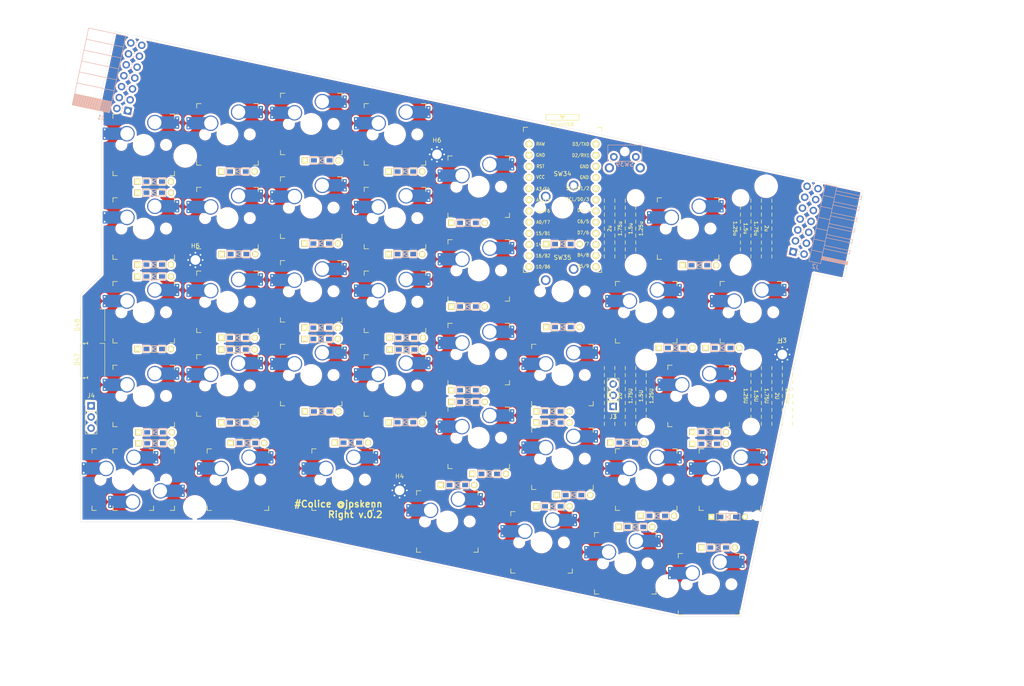
<source format=kicad_pcb>
(kicad_pcb (version 20171130) (host pcbnew "(5.1.5-0-10_14)")
  (layers (0 F.Cu signal) (31 B.Cu signal) (34 B.Paste user) (35 F.Paste user) (36 B.SilkS user) (37 F.SilkS user) (38 B.Mask user) (39 F.Mask user) (44 Edge.Cuts user))
  (net 0 "")
  (net 1 "Net-(D9-Pad2)")
  (net 2 "Net-(D12-Pad2)")
  (net 3 "Net-(D14-Pad2)")
  (net 4 "Net-(D20-Pad2)")
  (net 5 "Net-(D21-Pad2)")
  (net 6 "Net-(D24-Pad2)")
  (net 7 "Net-(D26-Pad2)")
  (net 8 "Net-(D27-Pad2)")
  (net 9 "Net-(D30-Pad2)")
  (net 10 "Net-(D32-Pad2)")
  (net 11 "Net-(D36-Pad2)")
  (net 12 "Net-(D38-Pad2)")
  (net 13 "Net-(D45-Pad2)")
  (net 14 "Net-(D47-Pad2)")
  (net 15 data)
  (net 16 "Net-(U1-Pad24)")
  (net 17 "Net-(D1-Pad1)")
  (net 18 "Net-(D2-Pad2)")
  (net 19 "Net-(D7-Pad2)")
  (net 20 "Net-(D19-Pad2)")
  (net 21 "Net-(D25-Pad2)")
  (net 22 "Net-(D31-Pad2)")
  (net 23 "Net-(D37-Pad2)")
  (net 24 "Net-(D48-Pad2)")
  (net 25 "Net-(J1-Pad4)")
  (net 26 "Net-(D4-Pad2)")
  (net 27 "Net-(D10-Pad2)")
  (net 28 "Net-(D15-Pad2)")
  (net 29 "Net-(D16-Pad2)")
  (net 30 "Net-(D22-Pad2)")
  (net 31 "Net-(D23-Pad1)")
  (net 32 "Net-(D28-Pad2)")
  (net 33 "Net-(D29-Pad1)")
  (net 34 "Net-(D33-Pad2)")
  (net 35 "Net-(D34-Pad2)")
  (net 36 "Net-(D35-Pad1)")
  (net 37 "Net-(D39-Pad2)")
  (net 38 "Net-(D42-Pad2)")
  (net 39 "Net-(D43-Pad2)")
  (net 40 "Net-(D44-Pad2)")
  (net 41 dummy_pin1)
  (net 42 dummy_pin2)
  (net 43 "Net-(D3-Pad2)")
  (net 44 dummy_pin3)
  (net 45 dummy_pin4)
  (net 46 "Net-(D5-Pad2)")
  (net 47 dummy_pin5)
  (net 48 "Net-(D6-Pad1)")
  (net 49 "Net-(D14-Pad1)")
  (net 50 "Net-(D8-Pad1)")
  (net 51 "Net-(D11-Pad2)")
  (net 52 "Net-(D13-Pad1)")
  (net 53 "Net-(D17-Pad2)")
  (net 54 "Net-(D18-Pad1)")
  (net 55 dummy_pin6)
  (net 56 dummy_pin7)
  (net 57 dummy_pin8)
  (net 58 "Net-(D40-Pad2)")
  (net 59 dummy_pin9)
  (net 60 "Net-(D41-Pad1)")
  (net 61 "Net-(D46-Pad2)")
  (net 62 VCC_source)
  (net 63 dummy_led)
  (net 64 GND_source)
  (net 65 dummy_pin10)
  (net 66 "Net-(J2-Pad4)")
  (net 67 dummy_sda)
  (net 68 dummy_sdc)
  (net 69 dummy_extra)
  (net 70 dummy_reset)
  (net 71 dummy_pin11)
  (net 72 dummy_encB)
  (net 73 dummy_encA)
  (module SMK_foostan:CherryMX_Hotswap_v2 (layer F.Cu) (at 240.50625 145.25686)
    (fp_text reference SW13)
    (fp_text value SW_Push)
    (pad 2 thru_hole circle (at 2.54 -5.08) (size 3.5 3.5) (drill 3) (layers *.Cu) (net 29 "Net-(D16-Pad2)"))
    (pad "" np_thru_hole circle (at 0 0) (size 3.9878 3.9878) (drill 3.9878) (layers *.Cu *.Mask))
    (pad 1 thru_hole circle (at -3.81 -2.54) (size 3.5 3.5) (drill 3) (layers *.Cu) (net 52 "Net-(D13-Pad1)"))
    (pad "" np_thru_hole circle (at -5.08 0 48.0996) (size 1.75 1.75) (drill 1.75) (layers *.Cu *.Mask))
    (pad "" np_thru_hole circle (at 5.08 0 48.0996) (size 1.75 1.75) (drill 1.75) (layers *.Cu *.Mask))
    (pad 1 smd rect (at -7.085 -2.54) (size 2.55 2.8) (layers B.Cu B.Paste B.Mask) (net 52 "Net-(D13-Pad1)"))
    (pad 2 smd rect (at 5.815 -5.08) (size 2.55 2.8) (layers B.Cu B.Paste B.Mask) (net 29 "Net-(D16-Pad2)"))
    (pad 1 thru_hole circle (at -8.89 -3.502) (size 0.8 0.8) (drill 0.4) (layers *.Cu) (net 52 "Net-(D13-Pad1)"))
    (pad 2 thru_hole circle (at 7.62 -6.042) (size 0.8 0.8) (drill 0.4) (layers *.Cu) (net 29 "Net-(D16-Pad2)"))
    (pad 1 thru_hole circle (at -8.89 -1.578) (size 0.8 0.8) (drill 0.4) (layers *.Cu) (net 52 "Net-(D13-Pad1)"))
    (pad 2 thru_hole circle (at 7.62 -4.118) (size 0.8 0.8) (drill 0.4) (layers *.Cu) (net 29 "Net-(D16-Pad2)"))
    (pad 1 smd rect (at -7.085 -2.54) (size 4.5 2.8) (layers B.Cu) (net 52 "Net-(D13-Pad1)"))
    (pad 2 smd rect (at 5.842 -5.08) (size 4.5 2.8) (layers B.Cu) (net 29 "Net-(D16-Pad2)"))
  )
  (module SMK_SU120:CherryMX_MidHeight_Choc_Hotswap_2U_Outline (layer F.Cu) (at 235.74375 64.29402)
    (fp_text reference H1 hide)
    (fp_text value MountingHole hide)
    (fp_text user 1.25u (at 10.715625 0 -90 unlocked) (layer F.SilkS) (effects (font (size 0.8 0.8))))
    (fp_text user 1.75u (at 15.478125 0 -90 unlocked) (layer F.SilkS) (effects (font (size 0.8 0.8))))
    (fp_text user 1.5u (at 13.096875 0 -90 unlocked) (layer F.SilkS) (effects (font (size 0.8 0.8))))
    (fp_text user 2u (at 17.859375 0 -90 unlocked) (layer F.SilkS) (effects (font (size 0.8 0.8))))
    (fp_text user 1.25u (at -10.715625 0 90 unlocked) (layer F.SilkS) (effects (font (size 0.8 0.8))))
    (fp_text user 1.5u (at -13.096875 0 90 unlocked) (layer F.SilkS) (effects (font (size 0.8 0.8))))
    (fp_text user 1.75u (at -15.478125 0 90 unlocked) (layer F.SilkS) (effects (font (size 0.8 0.8))))
    (fp_text user 2u (at -17.859375 0 90 unlocked) (layer F.SilkS) (effects (font (size 0.8 0.8))))
    (pad "" np_thru_hole circle (at -11.938 -6.985) (size 3.048 3.048) (drill 3.048) (layers *.Cu *.Mask))
    (pad "" np_thru_hole circle (at 11.938 -6.985) (size 3.048 3.048) (drill 3.048) (layers *.Cu *.Mask))
    (pad "" np_thru_hole circle (at -11.938 8.255) (size 3.9878 3.9878) (drill 3.9878) (layers *.Cu *.Mask))
    (pad "" np_thru_hole circle (at 11.938 8.255) (size 3.9878 3.9878) (drill 3.9878) (layers *.Cu *.Mask))
  )
  (module SMK_foostan:CherryMX_Hotswap_v2 (layer F.Cu) (at 235.74375 64.29402)
    (fp_text reference SW15)
    (fp_text value SW_Push)
    (pad 2 smd rect (at 5.842 -5.08) (size 4.5 2.8) (layers B.Cu) (net 20 "Net-(D19-Pad2)"))
    (pad 1 smd rect (at -7.085 -2.54) (size 4.5 2.8) (layers B.Cu) (net 54 "Net-(D18-Pad1)"))
    (pad 2 thru_hole circle (at 7.62 -4.118) (size 0.8 0.8) (drill 0.4) (layers *.Cu) (net 20 "Net-(D19-Pad2)"))
    (pad 1 thru_hole circle (at -8.89 -1.578) (size 0.8 0.8) (drill 0.4) (layers *.Cu) (net 54 "Net-(D18-Pad1)"))
    (pad 2 thru_hole circle (at 7.62 -6.042) (size 0.8 0.8) (drill 0.4) (layers *.Cu) (net 20 "Net-(D19-Pad2)"))
    (pad 1 thru_hole circle (at -8.89 -3.502) (size 0.8 0.8) (drill 0.4) (layers *.Cu) (net 54 "Net-(D18-Pad1)"))
    (pad 2 smd rect (at 5.815 -5.08) (size 2.55 2.8) (layers B.Cu B.Paste B.Mask) (net 20 "Net-(D19-Pad2)"))
    (pad 1 smd rect (at -7.085 -2.54) (size 2.55 2.8) (layers B.Cu B.Paste B.Mask) (net 54 "Net-(D18-Pad1)"))
    (pad "" np_thru_hole circle (at 5.08 0 48.0996) (size 1.75 1.75) (drill 1.75) (layers *.Cu *.Mask))
    (pad "" np_thru_hole circle (at -5.08 0 48.0996) (size 1.75 1.75) (drill 1.75) (layers *.Cu *.Mask))
    (pad 1 thru_hole circle (at -3.81 -2.54) (size 3.5 3.5) (drill 3) (layers *.Cu) (net 54 "Net-(D18-Pad1)"))
    (pad "" np_thru_hole circle (at 0 0) (size 3.9878 3.9878) (drill 3.9878) (layers *.Cu *.Mask))
    (pad 2 thru_hole circle (at 2.54 -5.08) (size 3.5 3.5) (drill 3) (layers *.Cu) (net 20 "Net-(D19-Pad2)"))
  )
  (module SMK_SU120:D3_TH_SMD (layer F.Cu) (at 223.774 132.207)
    (fp_text reference D17 hide)
    (fp_text value D hide)
    (pad 2 smd rect (at 1.775 0) (size 1.3 0.95) (layers F.Cu F.Paste F.Mask) (net 53 "Net-(D17-Pad2)"))
    (pad 2 thru_hole circle (at 3.81 0) (size 1.397 1.397) (drill 0.8128) (layers *.Cu *.Mask F.SilkS) (net 53 "Net-(D17-Pad2)"))
    (pad 1 thru_hole rect (at -3.81 0) (size 1.397 1.397) (drill 0.8128) (layers *.Cu *.Mask F.SilkS) (net 47 dummy_pin5))
    (pad 1 smd rect (at -1.775 0) (size 1.3 0.95) (layers B.Cu B.Paste B.Mask) (net 47 dummy_pin5))
    (pad 2 smd rect (at 1.775 0) (size 1.3 0.95) (layers B.Cu B.Paste B.Mask) (net 53 "Net-(D17-Pad2)"))
    (pad 1 smd rect (at -1.775 0) (size 1.3 0.95) (layers F.Cu F.Paste F.Mask) (net 47 dummy_pin5))
  )
  (module SMK_foostan:CherryMX_Hotswap_v2 (layer F.Cu) (at 221.45625 140.49434)
    (fp_text reference SW14)
    (fp_text value SW_Push)
    (pad 2 thru_hole circle (at 2.54 -5.08) (size 3.5 3.5) (drill 3) (layers *.Cu) (net 53 "Net-(D17-Pad2)"))
    (pad "" np_thru_hole circle (at 0 0) (size 3.9878 3.9878) (drill 3.9878) (layers *.Cu *.Mask))
    (pad 1 thru_hole circle (at -3.81 -2.54) (size 3.5 3.5) (drill 3) (layers *.Cu) (net 52 "Net-(D13-Pad1)"))
    (pad "" np_thru_hole circle (at -5.08 0 48.0996) (size 1.75 1.75) (drill 1.75) (layers *.Cu *.Mask))
    (pad "" np_thru_hole circle (at 5.08 0 48.0996) (size 1.75 1.75) (drill 1.75) (layers *.Cu *.Mask))
    (pad 1 smd rect (at -7.084999 -2.54) (size 2.55 2.8) (layers B.Cu B.Paste B.Mask) (net 52 "Net-(D13-Pad1)"))
    (pad 2 smd rect (at 5.815 -5.08) (size 2.55 2.8) (layers B.Cu B.Paste B.Mask) (net 53 "Net-(D17-Pad2)"))
    (pad 1 thru_hole circle (at -8.89 -3.502) (size 0.8 0.8) (drill 0.4) (layers *.Cu) (net 52 "Net-(D13-Pad1)"))
    (pad 2 thru_hole circle (at 7.62 -6.042) (size 0.8 0.8) (drill 0.4) (layers *.Cu) (net 53 "Net-(D17-Pad2)"))
    (pad 1 thru_hole circle (at -8.89 -1.578) (size 0.8 0.8) (drill 0.4) (layers *.Cu) (net 52 "Net-(D13-Pad1)"))
    (pad 2 thru_hole circle (at 7.62 -4.118) (size 0.8 0.8) (drill 0.4) (layers *.Cu) (net 53 "Net-(D17-Pad2)"))
    (pad 1 smd rect (at -7.085 -2.54) (size 4.5 2.8) (layers B.Cu) (net 52 "Net-(D13-Pad1)"))
    (pad 2 smd rect (at 5.842 -5.08) (size 4.5 2.8) (layers B.Cu) (net 53 "Net-(D17-Pad2)"))
  )
  (module SMK_foostan:CherryMX_Hotswap_v2 (layer F.Cu) (at 250.03125 83.3441)
    (fp_text reference SW11)
    (fp_text value SW_Push)
    (pad 2 smd rect (at 5.842 -5.08) (size 4.5 2.8) (layers B.Cu) (net 3 "Net-(D14-Pad2)"))
    (pad 1 smd rect (at -7.085 -2.54) (size 4.5 2.8) (layers B.Cu) (net 52 "Net-(D13-Pad1)"))
    (pad 2 thru_hole circle (at 7.62 -4.118) (size 0.8 0.8) (drill 0.4) (layers *.Cu) (net 3 "Net-(D14-Pad2)"))
    (pad 1 thru_hole circle (at -8.89 -1.578) (size 0.8 0.8) (drill 0.4) (layers *.Cu) (net 52 "Net-(D13-Pad1)"))
    (pad 2 thru_hole circle (at 7.62 -6.042) (size 0.8 0.8) (drill 0.4) (layers *.Cu) (net 3 "Net-(D14-Pad2)"))
    (pad 1 thru_hole circle (at -8.89 -3.502) (size 0.8 0.8) (drill 0.4) (layers *.Cu) (net 52 "Net-(D13-Pad1)"))
    (pad 2 smd rect (at 5.815 -5.08) (size 2.55 2.8) (layers B.Cu B.Paste B.Mask) (net 3 "Net-(D14-Pad2)"))
    (pad 1 smd rect (at -7.085 -2.54) (size 2.55 2.8) (layers B.Cu B.Paste B.Mask) (net 52 "Net-(D13-Pad1)"))
    (pad "" np_thru_hole circle (at 5.08 0 48.0996) (size 1.75 1.75) (drill 1.75) (layers *.Cu *.Mask))
    (pad "" np_thru_hole circle (at -5.08 0 48.0996) (size 1.75 1.75) (drill 1.75) (layers *.Cu *.Mask))
    (pad 1 thru_hole circle (at -3.81 -2.54) (size 3.5 3.5) (drill 3) (layers *.Cu) (net 52 "Net-(D13-Pad1)"))
    (pad "" np_thru_hole circle (at 0 0) (size 3.9878 3.9878) (drill 3.9878) (layers *.Cu *.Mask))
    (pad 2 thru_hole circle (at 2.54 -5.08) (size 3.5 3.5) (drill 3) (layers *.Cu) (net 3 "Net-(D14-Pad2)"))
  )
  (module SMK_foostan:CherryMX_Hotswap_v2 (layer F.Cu) (at 226.21875 83.3441)
    (fp_text reference SW16)
    (fp_text value SW_Push)
    (pad 2 thru_hole circle (at 2.54 -5.08) (size 3.5 3.5) (drill 3) (layers *.Cu) (net 4 "Net-(D20-Pad2)"))
    (pad "" np_thru_hole circle (at 0 0) (size 3.9878 3.9878) (drill 3.9878) (layers *.Cu *.Mask))
    (pad 1 thru_hole circle (at -3.81 -2.54) (size 3.5 3.5) (drill 3) (layers *.Cu) (net 54 "Net-(D18-Pad1)"))
    (pad "" np_thru_hole circle (at -5.08 0 48.0996) (size 1.75 1.75) (drill 1.75) (layers *.Cu *.Mask))
    (pad "" np_thru_hole circle (at 5.08 0 48.0996) (size 1.75 1.75) (drill 1.75) (layers *.Cu *.Mask))
    (pad 1 smd rect (at -7.085 -2.54) (size 2.55 2.8) (layers B.Cu B.Paste B.Mask) (net 54 "Net-(D18-Pad1)"))
    (pad 2 smd rect (at 5.815 -5.08) (size 2.55 2.8) (layers B.Cu B.Paste B.Mask) (net 4 "Net-(D20-Pad2)"))
    (pad 1 thru_hole circle (at -8.89 -3.502) (size 0.8 0.8) (drill 0.4) (layers *.Cu) (net 54 "Net-(D18-Pad1)"))
    (pad 2 thru_hole circle (at 7.62 -6.042) (size 0.8 0.8) (drill 0.4) (layers *.Cu) (net 4 "Net-(D20-Pad2)"))
    (pad 1 thru_hole circle (at -8.89 -1.578) (size 0.8 0.8) (drill 0.4) (layers *.Cu) (net 54 "Net-(D18-Pad1)"))
    (pad 2 thru_hole circle (at 7.62 -4.118) (size 0.8 0.8) (drill 0.4) (layers *.Cu) (net 4 "Net-(D20-Pad2)"))
    (pad 1 smd rect (at -7.085 -2.54) (size 4.5 2.8) (layers B.Cu) (net 54 "Net-(D18-Pad1)"))
    (pad 2 smd rect (at 5.842 -5.08) (size 4.5 2.8) (layers B.Cu) (net 4 "Net-(D20-Pad2)"))
  )
  (module SMK_SU120:D3_TH_SMD (layer F.Cu) (at 232.918 91.44)
    (fp_text reference D20 hide)
    (fp_text value D hide)
    (pad 1 smd rect (at -1.775 0) (size 1.3 0.95) (layers F.Cu F.Paste F.Mask) (net 42 dummy_pin2))
    (pad 2 smd rect (at 1.775 0) (size 1.3 0.95) (layers B.Cu B.Paste B.Mask) (net 4 "Net-(D20-Pad2)"))
    (pad 1 smd rect (at -1.775 0) (size 1.3 0.95) (layers B.Cu B.Paste B.Mask) (net 42 dummy_pin2))
    (pad 1 thru_hole rect (at -3.81 0) (size 1.397 1.397) (drill 0.8128) (layers *.Cu *.Mask F.SilkS) (net 42 dummy_pin2))
    (pad 2 thru_hole circle (at 3.81 0) (size 1.397 1.397) (drill 0.8128) (layers *.Cu *.Mask F.SilkS) (net 4 "Net-(D20-Pad2)"))
    (pad 2 smd rect (at 1.775 0) (size 1.3 0.95) (layers F.Cu F.Paste F.Mask) (net 4 "Net-(D20-Pad2)"))
  )
  (module SMK_SU120:D3_TH_SMD (layer F.Cu) (at 207.264 86.741)
    (fp_text reference D43 hide)
    (fp_text value D hide)
    (pad 2 smd rect (at 1.775 0) (size 1.3 0.95) (layers F.Cu F.Paste F.Mask) (net 39 "Net-(D43-Pad2)"))
    (pad 2 thru_hole circle (at 3.81 0) (size 1.397 1.397) (drill 0.8128) (layers *.Cu *.Mask F.SilkS) (net 39 "Net-(D43-Pad2)"))
    (pad 1 thru_hole rect (at -3.81 0) (size 1.397 1.397) (drill 0.8128) (layers *.Cu *.Mask F.SilkS) (net 42 dummy_pin2))
    (pad 1 smd rect (at -1.775 0) (size 1.3 0.95) (layers B.Cu B.Paste B.Mask) (net 42 dummy_pin2))
    (pad 2 smd rect (at 1.775 0) (size 1.3 0.95) (layers B.Cu B.Paste B.Mask) (net 39 "Net-(D43-Pad2)"))
    (pad 1 smd rect (at -1.775 0) (size 1.3 0.95) (layers F.Cu F.Paste F.Mask) (net 42 dummy_pin2))
  )
  (module SMK_foostan:CherryMX_Hotswap_v2 (layer F.Cu) (at 202.40625 135.73182)
    (fp_text reference SW38)
    (fp_text value SW_Push)
    (pad 2 thru_hole circle (at 2.54 -5.08) (size 3.5 3.5) (drill 3) (layers *.Cu) (net 61 "Net-(D46-Pad2)"))
    (pad "" np_thru_hole circle (at 0 0) (size 3.9878 3.9878) (drill 3.9878) (layers *.Cu *.Mask))
    (pad 1 thru_hole circle (at -3.81 -2.54) (size 3.5 3.5) (drill 3) (layers *.Cu) (net 60 "Net-(D41-Pad1)"))
    (pad "" np_thru_hole circle (at -5.08 0 48.0996) (size 1.75 1.75) (drill 1.75) (layers *.Cu *.Mask))
    (pad "" np_thru_hole circle (at 5.08 0 48.0996) (size 1.75 1.75) (drill 1.75) (layers *.Cu *.Mask))
    (pad 1 smd rect (at -7.084999 -2.54) (size 2.55 2.8) (layers B.Cu B.Paste B.Mask) (net 60 "Net-(D41-Pad1)"))
    (pad 2 smd rect (at 5.815 -5.08) (size 2.55 2.8) (layers B.Cu B.Paste B.Mask) (net 61 "Net-(D46-Pad2)"))
    (pad 1 thru_hole circle (at -8.89 -3.502) (size 0.8 0.8) (drill 0.4) (layers *.Cu) (net 60 "Net-(D41-Pad1)"))
    (pad 2 thru_hole circle (at 7.62 -6.042) (size 0.8 0.8) (drill 0.4) (layers *.Cu) (net 61 "Net-(D46-Pad2)"))
    (pad 1 thru_hole circle (at -8.89 -1.578) (size 0.8 0.8) (drill 0.4) (layers *.Cu) (net 60 "Net-(D41-Pad1)"))
    (pad 2 thru_hole circle (at 7.62 -4.118) (size 0.8 0.8) (drill 0.4) (layers *.Cu) (net 61 "Net-(D46-Pad2)"))
    (pad 1 smd rect (at -7.085 -2.54) (size 4.5 2.8) (layers B.Cu) (net 60 "Net-(D41-Pad1)"))
    (pad 2 smd rect (at 5.842 -5.08) (size 4.5 2.8) (layers B.Cu) (net 61 "Net-(D46-Pad2)"))
  )
  (module SMK_SU120:D3_TH_SMD (layer F.Cu) (at 185.674 62.992)
    (fp_text reference D36 hide)
    (fp_text value D hide)
    (pad 2 smd rect (at 1.775 0) (size 1.3 0.95) (layers F.Cu F.Paste F.Mask) (net 11 "Net-(D36-Pad2)"))
    (pad 2 thru_hole circle (at 3.81 0) (size 1.397 1.397) (drill 0.8128) (layers *.Cu *.Mask F.SilkS) (net 11 "Net-(D36-Pad2)"))
    (pad 1 thru_hole rect (at -3.81 0) (size 1.397 1.397) (drill 0.8128) (layers *.Cu *.Mask F.SilkS) (net 49 "Net-(D14-Pad1)"))
    (pad 1 smd rect (at -1.775 0) (size 1.3 0.95) (layers B.Cu B.Paste B.Mask) (net 49 "Net-(D14-Pad1)"))
    (pad 2 smd rect (at 1.775 0) (size 1.3 0.95) (layers B.Cu B.Paste B.Mask) (net 11 "Net-(D36-Pad2)"))
    (pad 1 smd rect (at -1.775 0) (size 1.3 0.95) (layers F.Cu F.Paste F.Mask) (net 49 "Net-(D14-Pad1)"))
  )
  (module SMK_SU120:D3_TH_SMD (layer F.Cu) (at 238.3155 72.644)
    (fp_text reference D19 hide)
    (fp_text value D hide)
    (pad 2 smd rect (at 1.775 0) (size 1.3 0.95) (layers F.Cu F.Paste F.Mask) (net 20 "Net-(D19-Pad2)"))
    (pad 2 thru_hole circle (at 3.81 0) (size 1.397 1.397) (drill 0.8128) (layers *.Cu *.Mask F.SilkS) (net 20 "Net-(D19-Pad2)"))
    (pad 1 thru_hole rect (at -3.81 0) (size 1.397 1.397) (drill 0.8128) (layers *.Cu *.Mask F.SilkS) (net 49 "Net-(D14-Pad1)"))
    (pad 1 smd rect (at -1.775 0) (size 1.3 0.95) (layers B.Cu B.Paste B.Mask) (net 49 "Net-(D14-Pad1)"))
    (pad 2 smd rect (at 1.775 0) (size 1.3 0.95) (layers B.Cu B.Paste B.Mask) (net 20 "Net-(D19-Pad2)"))
    (pad 1 smd rect (at -1.775 0) (size 1.3 0.95) (layers F.Cu F.Paste F.Mask) (net 49 "Net-(D14-Pad1)"))
  )
  (module SMK_SU120:D3_TH_SMD (layer F.Cu) (at 207.264 67.818)
    (fp_text reference D42 hide)
    (fp_text value D hide)
    (pad 2 smd rect (at 1.775 0) (size 1.3 0.95) (layers F.Cu F.Paste F.Mask) (net 38 "Net-(D42-Pad2)"))
    (pad 2 thru_hole circle (at 3.81 0) (size 1.397 1.397) (drill 0.8128) (layers *.Cu *.Mask F.SilkS) (net 38 "Net-(D42-Pad2)"))
    (pad 1 thru_hole rect (at -3.81 0) (size 1.397 1.397) (drill 0.8128) (layers *.Cu *.Mask F.SilkS) (net 49 "Net-(D14-Pad1)"))
    (pad 1 smd rect (at -1.775 0) (size 1.3 0.95) (layers B.Cu B.Paste B.Mask) (net 49 "Net-(D14-Pad1)"))
    (pad 2 smd rect (at 1.775 0) (size 1.3 0.95) (layers B.Cu B.Paste B.Mask) (net 38 "Net-(D42-Pad2)"))
    (pad 1 smd rect (at -1.775 0) (size 1.3 0.95) (layers F.Cu F.Paste F.Mask) (net 49 "Net-(D14-Pad1)"))
  )
  (module SMK_SU120:D3_TH_SMD (layer F.Cu) (at 204.978 105.918)
    (fp_text reference D44 hide)
    (fp_text value D hide)
    (pad 2 smd rect (at 1.775 0) (size 1.3 0.95) (layers F.Cu F.Paste F.Mask) (net 40 "Net-(D44-Pad2)"))
    (pad 2 thru_hole circle (at 3.81 0) (size 1.397 1.397) (drill 0.8128) (layers *.Cu *.Mask F.SilkS) (net 40 "Net-(D44-Pad2)"))
    (pad 1 thru_hole rect (at -3.81 0) (size 1.397 1.397) (drill 0.8128) (layers *.Cu *.Mask F.SilkS) (net 44 dummy_pin3))
    (pad 1 smd rect (at -1.775 0) (size 1.3 0.95) (layers B.Cu B.Paste B.Mask) (net 44 dummy_pin3))
    (pad 2 smd rect (at 1.775 0) (size 1.3 0.95) (layers B.Cu B.Paste B.Mask) (net 40 "Net-(D44-Pad2)"))
    (pad 1 smd rect (at -1.775 0) (size 1.3 0.95) (layers F.Cu F.Paste F.Mask) (net 44 dummy_pin3))
  )
  (module SMK_SU120:D3_TH_SMD (layer F.Cu) (at 209.677 124.968)
    (fp_text reference D45 hide)
    (fp_text value D hide)
    (pad 2 smd rect (at 1.775 0) (size 1.3 0.95) (layers F.Cu F.Paste F.Mask) (net 13 "Net-(D45-Pad2)"))
    (pad 2 thru_hole circle (at 3.81 0) (size 1.397 1.397) (drill 0.8128) (layers *.Cu *.Mask F.SilkS) (net 13 "Net-(D45-Pad2)"))
    (pad 1 thru_hole rect (at -3.81 0) (size 1.397 1.397) (drill 0.8128) (layers *.Cu *.Mask F.SilkS) (net 45 dummy_pin4))
    (pad 1 smd rect (at -1.775 0) (size 1.3 0.95) (layers B.Cu B.Paste B.Mask) (net 45 dummy_pin4))
    (pad 2 smd rect (at 1.775 0) (size 1.3 0.95) (layers B.Cu B.Paste B.Mask) (net 13 "Net-(D45-Pad2)"))
    (pad 1 smd rect (at -1.775 0) (size 1.3 0.95) (layers F.Cu F.Paste F.Mask) (net 45 dummy_pin4))
  )
  (module SMK_SU120:D3_TH_SMD (layer F.Cu) (at 204.978 127.508)
    (fp_text reference D46 hide)
    (fp_text value D hide)
    (pad 2 smd rect (at 1.775 0) (size 1.3 0.95) (layers F.Cu F.Paste F.Mask) (net 61 "Net-(D46-Pad2)"))
    (pad 2 thru_hole circle (at 3.81 0) (size 1.397 1.397) (drill 0.8128) (layers *.Cu *.Mask F.SilkS) (net 61 "Net-(D46-Pad2)"))
    (pad 1 thru_hole rect (at -3.81 0) (size 1.397 1.397) (drill 0.8128) (layers *.Cu *.Mask F.SilkS) (net 47 dummy_pin5))
    (pad 1 smd rect (at -1.775 0) (size 1.3 0.95) (layers B.Cu B.Paste B.Mask) (net 47 dummy_pin5))
    (pad 2 smd rect (at 1.775 0) (size 1.3 0.95) (layers B.Cu B.Paste B.Mask) (net 61 "Net-(D46-Pad2)"))
    (pad 1 smd rect (at -1.775 0) (size 1.3 0.95) (layers F.Cu F.Paste F.Mask) (net 47 dummy_pin5))
  )
  (module SMK_SU120:D3_TH_SMD (layer F.Cu) (at 185.674 82.042)
    (fp_text reference D37 hide)
    (fp_text value D hide)
    (pad 2 smd rect (at 1.775 0) (size 1.3 0.95) (layers F.Cu F.Paste F.Mask) (net 23 "Net-(D37-Pad2)"))
    (pad 2 thru_hole circle (at 3.81 0) (size 1.397 1.397) (drill 0.8128) (layers *.Cu *.Mask F.SilkS) (net 23 "Net-(D37-Pad2)"))
    (pad 1 thru_hole rect (at -3.81 0) (size 1.397 1.397) (drill 0.8128) (layers *.Cu *.Mask F.SilkS) (net 42 dummy_pin2))
    (pad 1 smd rect (at -1.775 0) (size 1.3 0.95) (layers B.Cu B.Paste B.Mask) (net 42 dummy_pin2))
    (pad 2 smd rect (at 1.775 0) (size 1.3 0.95) (layers B.Cu B.Paste B.Mask) (net 23 "Net-(D37-Pad2)"))
    (pad 1 smd rect (at -1.775 0) (size 1.3 0.95) (layers F.Cu F.Paste F.Mask) (net 42 dummy_pin2))
  )
  (module SMK_SU120:D3_TH_SMD (layer F.Cu) (at 185.674 101.092)
    (fp_text reference D38 hide)
    (fp_text value D hide)
    (pad 2 smd rect (at 1.775 0) (size 1.3 0.95) (layers F.Cu F.Paste F.Mask) (net 12 "Net-(D38-Pad2)"))
    (pad 2 thru_hole circle (at 3.81 0) (size 1.397 1.397) (drill 0.8128) (layers *.Cu *.Mask F.SilkS) (net 12 "Net-(D38-Pad2)"))
    (pad 1 thru_hole rect (at -3.81 0) (size 1.397 1.397) (drill 0.8128) (layers *.Cu *.Mask F.SilkS) (net 44 dummy_pin3))
    (pad 1 smd rect (at -1.775 0) (size 1.3 0.95) (layers B.Cu B.Paste B.Mask) (net 44 dummy_pin3))
    (pad 2 smd rect (at 1.775 0) (size 1.3 0.95) (layers B.Cu B.Paste B.Mask) (net 12 "Net-(D38-Pad2)"))
    (pad 1 smd rect (at -1.775 0) (size 1.3 0.95) (layers F.Cu F.Paste F.Mask) (net 44 dummy_pin3))
  )
  (module SMK_SU120:D3_TH_SMD (layer F.Cu) (at 190.5 120.142)
    (fp_text reference D39 hide)
    (fp_text value D hide)
    (pad 2 smd rect (at 1.775 0) (size 1.3 0.95) (layers F.Cu F.Paste F.Mask) (net 37 "Net-(D39-Pad2)"))
    (pad 2 thru_hole circle (at 3.81 0) (size 1.397 1.397) (drill 0.8128) (layers *.Cu *.Mask F.SilkS) (net 37 "Net-(D39-Pad2)"))
    (pad 1 thru_hole rect (at -3.81 0) (size 1.397 1.397) (drill 0.8128) (layers *.Cu *.Mask F.SilkS) (net 45 dummy_pin4))
    (pad 1 smd rect (at -1.775 0) (size 1.3 0.95) (layers B.Cu B.Paste B.Mask) (net 45 dummy_pin4))
    (pad 2 smd rect (at 1.775 0) (size 1.3 0.95) (layers B.Cu B.Paste B.Mask) (net 37 "Net-(D39-Pad2)"))
    (pad 1 smd rect (at -1.775 0) (size 1.3 0.95) (layers F.Cu F.Paste F.Mask) (net 45 dummy_pin4))
  )
  (module SMK_SU120:D3_TH_SMD (layer F.Cu) (at 171.45 51.308)
    (fp_text reference D30 hide)
    (fp_text value D hide)
    (pad 2 smd rect (at 1.775 0) (size 1.3 0.95) (layers F.Cu F.Paste F.Mask) (net 9 "Net-(D30-Pad2)"))
    (pad 2 thru_hole circle (at 3.81 0) (size 1.397 1.397) (drill 0.8128) (layers *.Cu *.Mask F.SilkS) (net 9 "Net-(D30-Pad2)"))
    (pad 1 thru_hole rect (at -3.81 0) (size 1.397 1.397) (drill 0.8128) (layers *.Cu *.Mask F.SilkS) (net 49 "Net-(D14-Pad1)"))
    (pad 1 smd rect (at -1.775 0) (size 1.3 0.95) (layers B.Cu B.Paste B.Mask) (net 49 "Net-(D14-Pad1)"))
    (pad 2 smd rect (at 1.775 0) (size 1.3 0.95) (layers B.Cu B.Paste B.Mask) (net 9 "Net-(D30-Pad2)"))
    (pad 1 smd rect (at -1.775 0) (size 1.3 0.95) (layers F.Cu F.Paste F.Mask) (net 49 "Net-(D14-Pad1)"))
  )
  (module SMK_SU120:D3_TH_SMD (layer F.Cu) (at 171.45 70.104)
    (fp_text reference D31 hide)
    (fp_text value D hide)
    (pad 2 smd rect (at 1.775 0) (size 1.3 0.95) (layers F.Cu F.Paste F.Mask) (net 22 "Net-(D31-Pad2)"))
    (pad 2 thru_hole circle (at 3.81 0) (size 1.397 1.397) (drill 0.8128) (layers *.Cu *.Mask F.SilkS) (net 22 "Net-(D31-Pad2)"))
    (pad 1 thru_hole rect (at -3.81 0) (size 1.397 1.397) (drill 0.8128) (layers *.Cu *.Mask F.SilkS) (net 42 dummy_pin2))
    (pad 1 smd rect (at -1.775 0) (size 1.3 0.95) (layers B.Cu B.Paste B.Mask) (net 42 dummy_pin2))
    (pad 2 smd rect (at 1.775 0) (size 1.3 0.95) (layers B.Cu B.Paste B.Mask) (net 22 "Net-(D31-Pad2)"))
    (pad 1 smd rect (at -1.775 0) (size 1.3 0.95) (layers F.Cu F.Paste F.Mask) (net 42 dummy_pin2))
  )
  (module SMK_SU120:D3_TH_SMD (layer F.Cu) (at 171.6405 89.154)
    (fp_text reference D32 hide)
    (fp_text value D hide)
    (pad 2 smd rect (at 1.775 0) (size 1.3 0.95) (layers F.Cu F.Paste F.Mask) (net 10 "Net-(D32-Pad2)"))
    (pad 2 thru_hole circle (at 3.81 0) (size 1.397 1.397) (drill 0.8128) (layers *.Cu *.Mask F.SilkS) (net 10 "Net-(D32-Pad2)"))
    (pad 1 thru_hole rect (at -3.81 0) (size 1.397 1.397) (drill 0.8128) (layers *.Cu *.Mask F.SilkS) (net 44 dummy_pin3))
    (pad 1 smd rect (at -1.775 0) (size 1.3 0.95) (layers B.Cu B.Paste B.Mask) (net 44 dummy_pin3))
    (pad 2 smd rect (at 1.775 0) (size 1.3 0.95) (layers B.Cu B.Paste B.Mask) (net 10 "Net-(D32-Pad2)"))
    (pad 1 smd rect (at -1.775 0) (size 1.3 0.95) (layers F.Cu F.Paste F.Mask) (net 44 dummy_pin3))
  )
  (module SMK_SU120:D3_TH_SMD (layer F.Cu) (at 171.45 108.37863)
    (fp_text reference D33 hide)
    (fp_text value D hide)
    (pad 2 smd rect (at 1.775 0) (size 1.3 0.95) (layers F.Cu F.Paste F.Mask) (net 34 "Net-(D33-Pad2)"))
    (pad 2 thru_hole circle (at 3.81 0) (size 1.397 1.397) (drill 0.8128) (layers *.Cu *.Mask F.SilkS) (net 34 "Net-(D33-Pad2)"))
    (pad 1 thru_hole rect (at -3.81 0) (size 1.397 1.397) (drill 0.8128) (layers *.Cu *.Mask F.SilkS) (net 45 dummy_pin4))
    (pad 1 smd rect (at -1.775 0) (size 1.3 0.95) (layers B.Cu B.Paste B.Mask) (net 45 dummy_pin4))
    (pad 2 smd rect (at 1.775 0) (size 1.3 0.95) (layers B.Cu B.Paste B.Mask) (net 34 "Net-(D33-Pad2)"))
    (pad 1 smd rect (at -1.775 0) (size 1.3 0.95) (layers F.Cu F.Paste F.Mask) (net 45 dummy_pin4))
  )
  (module SMK_SU120:D3_TH_SMD (layer F.Cu) (at 159.131 113.03)
    (fp_text reference D34 hide)
    (fp_text value D hide)
    (pad 2 smd rect (at 1.775 0) (size 1.3 0.95) (layers F.Cu F.Paste F.Mask) (net 35 "Net-(D34-Pad2)"))
    (pad 2 thru_hole circle (at 3.81 0) (size 1.397 1.397) (drill 0.8128) (layers *.Cu *.Mask F.SilkS) (net 35 "Net-(D34-Pad2)"))
    (pad 1 thru_hole rect (at -3.81 0) (size 1.397 1.397) (drill 0.8128) (layers *.Cu *.Mask F.SilkS) (net 47 dummy_pin5))
    (pad 1 smd rect (at -1.775 0) (size 1.3 0.95) (layers B.Cu B.Paste B.Mask) (net 47 dummy_pin5))
    (pad 2 smd rect (at 1.775 0) (size 1.3 0.95) (layers B.Cu B.Paste B.Mask) (net 35 "Net-(D34-Pad2)"))
    (pad 1 smd rect (at -1.775 0) (size 1.3 0.95) (layers F.Cu F.Paste F.Mask) (net 47 dummy_pin5))
  )
  (module SMK_SU120:D3_TH_SMD (layer F.Cu) (at 152.4 48.768)
    (fp_text reference D24 hide)
    (fp_text value D hide)
    (pad 2 smd rect (at 1.775 0) (size 1.3 0.95) (layers F.Cu F.Paste F.Mask) (net 6 "Net-(D24-Pad2)"))
    (pad 2 thru_hole circle (at 3.81 0) (size 1.397 1.397) (drill 0.8128) (layers *.Cu *.Mask F.SilkS) (net 6 "Net-(D24-Pad2)"))
    (pad 1 thru_hole rect (at -3.81 0) (size 1.397 1.397) (drill 0.8128) (layers *.Cu *.Mask F.SilkS) (net 49 "Net-(D14-Pad1)"))
    (pad 1 smd rect (at -1.775 0) (size 1.3 0.95) (layers B.Cu B.Paste B.Mask) (net 49 "Net-(D14-Pad1)"))
    (pad 2 smd rect (at 1.775 0) (size 1.3 0.95) (layers B.Cu B.Paste B.Mask) (net 6 "Net-(D24-Pad2)"))
    (pad 1 smd rect (at -1.775 0) (size 1.3 0.95) (layers F.Cu F.Paste F.Mask) (net 49 "Net-(D14-Pad1)"))
  )
  (module SMK_SU120:D3_TH_SMD (layer F.Cu) (at 152.273 67.691)
    (fp_text reference D25 hide)
    (fp_text value D hide)
    (pad 2 smd rect (at 1.775 0) (size 1.3 0.95) (layers F.Cu F.Paste F.Mask) (net 21 "Net-(D25-Pad2)"))
    (pad 2 thru_hole circle (at 3.81 0) (size 1.397 1.397) (drill 0.8128) (layers *.Cu *.Mask F.SilkS) (net 21 "Net-(D25-Pad2)"))
    (pad 1 thru_hole rect (at -3.81 0) (size 1.397 1.397) (drill 0.8128) (layers *.Cu *.Mask F.SilkS) (net 42 dummy_pin2))
    (pad 1 smd rect (at -1.775 0) (size 1.3 0.95) (layers B.Cu B.Paste B.Mask) (net 42 dummy_pin2))
    (pad 2 smd rect (at 1.775 0) (size 1.3 0.95) (layers B.Cu B.Paste B.Mask) (net 21 "Net-(D25-Pad2)"))
    (pad 1 smd rect (at -1.775 0) (size 1.3 0.95) (layers F.Cu F.Paste F.Mask) (net 42 dummy_pin2))
  )
  (module SMK_SU120:D3_TH_SMD (layer F.Cu) (at 152.273 86.868)
    (fp_text reference D26 hide)
    (fp_text value D hide)
    (pad 2 smd rect (at 1.775 0) (size 1.3 0.95) (layers F.Cu F.Paste F.Mask) (net 7 "Net-(D26-Pad2)"))
    (pad 2 thru_hole circle (at 3.81 0) (size 1.397 1.397) (drill 0.8128) (layers *.Cu *.Mask F.SilkS) (net 7 "Net-(D26-Pad2)"))
    (pad 1 thru_hole rect (at -3.81 0) (size 1.397 1.397) (drill 0.8128) (layers *.Cu *.Mask F.SilkS) (net 44 dummy_pin3))
    (pad 1 smd rect (at -1.775 0) (size 1.3 0.95) (layers B.Cu B.Paste B.Mask) (net 44 dummy_pin3))
    (pad 2 smd rect (at 1.775 0) (size 1.3 0.95) (layers B.Cu B.Paste B.Mask) (net 7 "Net-(D26-Pad2)"))
    (pad 1 smd rect (at -1.775 0) (size 1.3 0.95) (layers F.Cu F.Paste F.Mask) (net 44 dummy_pin3))
  )
  (module SMK_SU120:D3_TH_SMD (layer F.Cu) (at 152.4 105.918)
    (fp_text reference D27 hide)
    (fp_text value D hide)
    (pad 2 smd rect (at 1.775 0) (size 1.3 0.95) (layers F.Cu F.Paste F.Mask) (net 8 "Net-(D27-Pad2)"))
    (pad 2 thru_hole circle (at 3.81 0) (size 1.397 1.397) (drill 0.8128) (layers *.Cu *.Mask F.SilkS) (net 8 "Net-(D27-Pad2)"))
    (pad 1 thru_hole rect (at -3.81 0) (size 1.397 1.397) (drill 0.8128) (layers *.Cu *.Mask F.SilkS) (net 45 dummy_pin4))
    (pad 1 smd rect (at -1.775 0) (size 1.3 0.95) (layers B.Cu B.Paste B.Mask) (net 45 dummy_pin4))
    (pad 2 smd rect (at 1.775 0) (size 1.3 0.95) (layers B.Cu B.Paste B.Mask) (net 8 "Net-(D27-Pad2)"))
    (pad 1 smd rect (at -1.775 0) (size 1.3 0.95) (layers F.Cu F.Paste F.Mask) (net 45 dummy_pin4))
  )
  (module SMK_SU120:D3_TH_SMD (layer F.Cu) (at 135.509 113.10985)
    (fp_text reference D28 hide)
    (fp_text value D hide)
    (pad 2 smd rect (at 1.775 0) (size 1.3 0.95) (layers F.Cu F.Paste F.Mask) (net 32 "Net-(D28-Pad2)"))
    (pad 2 thru_hole circle (at 3.81 0) (size 1.397 1.397) (drill 0.8128) (layers *.Cu *.Mask F.SilkS) (net 32 "Net-(D28-Pad2)"))
    (pad 1 thru_hole rect (at -3.81 0) (size 1.397 1.397) (drill 0.8128) (layers *.Cu *.Mask F.SilkS) (net 47 dummy_pin5))
    (pad 1 smd rect (at -1.775 0) (size 1.3 0.95) (layers B.Cu B.Paste B.Mask) (net 47 dummy_pin5))
    (pad 2 smd rect (at 1.775 0) (size 1.3 0.95) (layers B.Cu B.Paste B.Mask) (net 32 "Net-(D28-Pad2)"))
    (pad 1 smd rect (at -1.775 0) (size 1.3 0.95) (layers F.Cu F.Paste F.Mask) (net 47 dummy_pin5))
  )
  (module SMK_SU120:D3_TH_SMD (layer F.Cu) (at 133.35 51.308)
    (fp_text reference D9 hide)
    (fp_text value D hide)
    (pad 2 smd rect (at 1.775 0) (size 1.3 0.95) (layers F.Cu F.Paste F.Mask) (net 1 "Net-(D9-Pad2)"))
    (pad 2 thru_hole circle (at 3.81 0) (size 1.397 1.397) (drill 0.8128) (layers *.Cu *.Mask F.SilkS) (net 1 "Net-(D9-Pad2)"))
    (pad 1 thru_hole rect (at -3.81 0) (size 1.397 1.397) (drill 0.8128) (layers *.Cu *.Mask F.SilkS) (net 49 "Net-(D14-Pad1)"))
    (pad 1 smd rect (at -1.775 0) (size 1.3 0.95) (layers B.Cu B.Paste B.Mask) (net 49 "Net-(D14-Pad1)"))
    (pad 2 smd rect (at 1.775 0) (size 1.3 0.95) (layers B.Cu B.Paste B.Mask) (net 1 "Net-(D9-Pad2)"))
    (pad 1 smd rect (at -1.775 0) (size 1.3 0.95) (layers F.Cu F.Paste F.Mask) (net 49 "Net-(D14-Pad1)"))
  )
  (module SMK_SU120:D3_TH_SMD (layer F.Cu) (at 133.477 70.104)
    (fp_text reference D10 hide)
    (fp_text value D hide)
    (pad 2 smd rect (at 1.775 0) (size 1.3 0.95) (layers F.Cu F.Paste F.Mask) (net 27 "Net-(D10-Pad2)"))
    (pad 2 thru_hole circle (at 3.81 0) (size 1.397 1.397) (drill 0.8128) (layers *.Cu *.Mask F.SilkS) (net 27 "Net-(D10-Pad2)"))
    (pad 1 thru_hole rect (at -3.81 0) (size 1.397 1.397) (drill 0.8128) (layers *.Cu *.Mask F.SilkS) (net 42 dummy_pin2))
    (pad 1 smd rect (at -1.775 0) (size 1.3 0.95) (layers B.Cu B.Paste B.Mask) (net 42 dummy_pin2))
    (pad 2 smd rect (at 1.775 0) (size 1.3 0.95) (layers B.Cu B.Paste B.Mask) (net 27 "Net-(D10-Pad2)"))
    (pad 1 smd rect (at -1.775 0) (size 1.3 0.95) (layers F.Cu F.Paste F.Mask) (net 42 dummy_pin2))
  )
  (module SMK_SU120:D3_TH_SMD (layer F.Cu) (at 133.35 89.154)
    (fp_text reference D11 hide)
    (fp_text value D hide)
    (pad 2 smd rect (at 1.775 0) (size 1.3 0.95) (layers F.Cu F.Paste F.Mask) (net 51 "Net-(D11-Pad2)"))
    (pad 2 thru_hole circle (at 3.81 0) (size 1.397 1.397) (drill 0.8128) (layers *.Cu *.Mask F.SilkS) (net 51 "Net-(D11-Pad2)"))
    (pad 1 thru_hole rect (at -3.81 0) (size 1.397 1.397) (drill 0.8128) (layers *.Cu *.Mask F.SilkS) (net 45 dummy_pin4))
    (pad 1 smd rect (at -1.775 0) (size 1.3 0.95) (layers B.Cu B.Paste B.Mask) (net 45 dummy_pin4))
    (pad 2 smd rect (at 1.775 0) (size 1.3 0.95) (layers B.Cu B.Paste B.Mask) (net 51 "Net-(D11-Pad2)"))
    (pad 1 smd rect (at -1.775 0) (size 1.3 0.95) (layers F.Cu F.Paste F.Mask) (net 45 dummy_pin4))
  )
  (module SMK_SU120:D3_TH_SMD (layer F.Cu) (at 133.35 108.458)
    (fp_text reference D12 hide)
    (fp_text value D hide)
    (pad 2 smd rect (at 1.775 0) (size 1.3 0.95) (layers F.Cu F.Paste F.Mask) (net 2 "Net-(D12-Pad2)"))
    (pad 2 thru_hole circle (at 3.81 0) (size 1.397 1.397) (drill 0.8128) (layers *.Cu *.Mask F.SilkS) (net 2 "Net-(D12-Pad2)"))
    (pad 1 thru_hole rect (at -3.81 0) (size 1.397 1.397) (drill 0.8128) (layers *.Cu *.Mask F.SilkS) (net 47 dummy_pin5))
    (pad 1 smd rect (at -1.775 0) (size 1.3 0.95) (layers B.Cu B.Paste B.Mask) (net 47 dummy_pin5))
    (pad 2 smd rect (at 1.775 0) (size 1.3 0.95) (layers B.Cu B.Paste B.Mask) (net 2 "Net-(D12-Pad2)"))
    (pad 1 smd rect (at -1.775 0) (size 1.3 0.95) (layers F.Cu F.Paste F.Mask) (net 47 dummy_pin5))
  )
  (module SMK_SU120:D3_TH_SMD (layer F.Cu) (at 114.3 53.594)
    (fp_text reference D7 hide)
    (fp_text value D hide)
    (pad 2 smd rect (at 1.775 0) (size 1.3 0.95) (layers F.Cu F.Paste F.Mask) (net 19 "Net-(D7-Pad2)"))
    (pad 2 thru_hole circle (at 3.81 0) (size 1.397 1.397) (drill 0.8128) (layers *.Cu *.Mask F.SilkS) (net 19 "Net-(D7-Pad2)"))
    (pad 1 thru_hole rect (at -3.81 0) (size 1.397 1.397) (drill 0.8128) (layers *.Cu *.Mask F.SilkS) (net 49 "Net-(D14-Pad1)"))
    (pad 1 smd rect (at -1.775 0) (size 1.3 0.95) (layers B.Cu B.Paste B.Mask) (net 49 "Net-(D14-Pad1)"))
    (pad 2 smd rect (at 1.775 0) (size 1.3 0.95) (layers B.Cu B.Paste B.Mask) (net 19 "Net-(D7-Pad2)"))
    (pad 1 smd rect (at -1.775 0) (size 1.3 0.95) (layers F.Cu F.Paste F.Mask) (net 49 "Net-(D14-Pad1)"))
  )
  (module SMK_SU120:D3_TH_SMD (layer F.Cu) (at 114.3 72.517)
    (fp_text reference D2 hide)
    (fp_text value D hide)
    (pad 2 smd rect (at 1.775 0) (size 1.3 0.95) (layers F.Cu F.Paste F.Mask) (net 18 "Net-(D2-Pad2)"))
    (pad 2 thru_hole circle (at 3.81 0) (size 1.397 1.397) (drill 0.8128) (layers *.Cu *.Mask F.SilkS) (net 18 "Net-(D2-Pad2)"))
    (pad 1 thru_hole rect (at -3.81 0) (size 1.397 1.397) (drill 0.8128) (layers *.Cu *.Mask F.SilkS) (net 42 dummy_pin2))
    (pad 1 smd rect (at -1.775 0) (size 1.3 0.95) (layers B.Cu B.Paste B.Mask) (net 42 dummy_pin2))
    (pad 2 smd rect (at 1.775 0) (size 1.3 0.95) (layers B.Cu B.Paste B.Mask) (net 18 "Net-(D2-Pad2)"))
    (pad 1 smd rect (at -1.775 0) (size 1.3 0.95) (layers F.Cu F.Paste F.Mask) (net 42 dummy_pin2))
  )
  (module SMK_SU120:D3_TH_SMD (layer F.Cu) (at 114.3 91.694)
    (fp_text reference D3 hide)
    (fp_text value D hide)
    (pad 2 smd rect (at 1.775 0) (size 1.3 0.95) (layers F.Cu F.Paste F.Mask) (net 43 "Net-(D3-Pad2)"))
    (pad 2 thru_hole circle (at 3.81 0) (size 1.397 1.397) (drill 0.8128) (layers *.Cu *.Mask F.SilkS) (net 43 "Net-(D3-Pad2)"))
    (pad 1 thru_hole rect (at -3.81 0) (size 1.397 1.397) (drill 0.8128) (layers *.Cu *.Mask F.SilkS) (net 44 dummy_pin3))
    (pad 1 smd rect (at -1.775 0) (size 1.3 0.95) (layers B.Cu B.Paste B.Mask) (net 44 dummy_pin3))
    (pad 2 smd rect (at 1.775 0) (size 1.3 0.95) (layers B.Cu B.Paste B.Mask) (net 43 "Net-(D3-Pad2)"))
    (pad 1 smd rect (at -1.775 0) (size 1.3 0.95) (layers F.Cu F.Paste F.Mask) (net 44 dummy_pin3))
  )
  (module SMK_SU120:D3_TH_SMD (layer F.Cu) (at 114.4905 110.66463)
    (fp_text reference D4 hide)
    (fp_text value D hide)
    (pad 2 smd rect (at 1.775 0) (size 1.3 0.95) (layers F.Cu F.Paste F.Mask) (net 26 "Net-(D4-Pad2)"))
    (pad 2 thru_hole circle (at 3.81 0) (size 1.397 1.397) (drill 0.8128) (layers *.Cu *.Mask F.SilkS) (net 26 "Net-(D4-Pad2)"))
    (pad 1 thru_hole rect (at -3.81 0) (size 1.397 1.397) (drill 0.8128) (layers *.Cu *.Mask F.SilkS) (net 45 dummy_pin4))
    (pad 1 smd rect (at -1.775 0) (size 1.3 0.95) (layers B.Cu B.Paste B.Mask) (net 45 dummy_pin4))
    (pad 2 smd rect (at 1.775 0) (size 1.3 0.95) (layers B.Cu B.Paste B.Mask) (net 26 "Net-(D4-Pad2)"))
    (pad 1 smd rect (at -1.775 0) (size 1.3 0.95) (layers F.Cu F.Paste F.Mask) (net 45 dummy_pin4))
  )
  (module SMK_SU120:D3_TH_SMD (layer F.Cu) (at 114.4905 113.157)
    (fp_text reference D5 hide)
    (fp_text value D hide)
    (pad 2 smd rect (at 1.775 0) (size 1.3 0.95) (layers F.Cu F.Paste F.Mask) (net 46 "Net-(D5-Pad2)"))
    (pad 2 thru_hole circle (at 3.81 0) (size 1.397 1.397) (drill 0.8128) (layers *.Cu *.Mask F.SilkS) (net 46 "Net-(D5-Pad2)"))
    (pad 1 thru_hole rect (at -3.81 0) (size 1.397 1.397) (drill 0.8128) (layers *.Cu *.Mask F.SilkS) (net 47 dummy_pin5))
    (pad 1 smd rect (at -1.775 0) (size 1.3 0.95) (layers B.Cu B.Paste B.Mask) (net 47 dummy_pin5))
    (pad 2 smd rect (at 1.775 0) (size 1.3 0.95) (layers B.Cu B.Paste B.Mask) (net 46 "Net-(D5-Pad2)"))
    (pad 1 smd rect (at -1.775 0) (size 1.3 0.95) (layers F.Cu F.Paste F.Mask) (net 47 dummy_pin5))
  )
  (module SMK_foostan:CherryMX_Hotswap_v2 (layer F.Cu) (at 207.16875 97.63166)
    (fp_text reference SW36)
    (fp_text value SW_Push)
    (pad 2 thru_hole circle (at 2.54 -5.08) (size 3.5 3.5) (drill 3) (layers *.Cu) (net 40 "Net-(D44-Pad2)"))
    (pad "" np_thru_hole circle (at 0 0) (size 3.9878 3.9878) (drill 3.9878) (layers *.Cu *.Mask))
    (pad 1 thru_hole circle (at -3.81 -2.54) (size 3.5 3.5) (drill 3) (layers *.Cu) (net 60 "Net-(D41-Pad1)"))
    (pad "" np_thru_hole circle (at -5.08 0 48.0996) (size 1.75 1.75) (drill 1.75) (layers *.Cu *.Mask))
    (pad "" np_thru_hole circle (at 5.08 0 48.0996) (size 1.75 1.75) (drill 1.75) (layers *.Cu *.Mask))
    (pad 1 smd rect (at -7.085 -2.54) (size 2.55 2.8) (layers B.Cu B.Paste B.Mask) (net 60 "Net-(D41-Pad1)"))
    (pad 2 smd rect (at 5.815 -5.08) (size 2.55 2.8) (layers B.Cu B.Paste B.Mask) (net 40 "Net-(D44-Pad2)"))
    (pad 1 thru_hole circle (at -8.89 -3.502) (size 0.8 0.8) (drill 0.4) (layers *.Cu) (net 60 "Net-(D41-Pad1)"))
    (pad 2 thru_hole circle (at 7.62 -6.042) (size 0.8 0.8) (drill 0.4) (layers *.Cu) (net 40 "Net-(D44-Pad2)"))
    (pad 1 thru_hole circle (at -8.89 -1.578) (size 0.8 0.8) (drill 0.4) (layers *.Cu) (net 60 "Net-(D41-Pad1)"))
    (pad 2 thru_hole circle (at 7.62 -4.118) (size 0.8 0.8) (drill 0.4) (layers *.Cu) (net 40 "Net-(D44-Pad2)"))
    (pad 1 smd rect (at -7.085 -2.54) (size 4.5 2.8) (layers B.Cu) (net 60 "Net-(D41-Pad1)"))
    (pad 2 smd rect (at 5.842 -5.08) (size 4.5 2.8) (layers B.Cu) (net 40 "Net-(D44-Pad2)"))
  )
  (module SMK_foostan:CherryMX_Hotswap_v2 (layer F.Cu) (at 207.16875 116.68174)
    (fp_text reference SW37)
    (fp_text value SW_Push)
    (pad 2 thru_hole circle (at 2.54 -5.08) (size 3.5 3.5) (drill 3) (layers *.Cu) (net 13 "Net-(D45-Pad2)"))
    (pad "" np_thru_hole circle (at 0 0) (size 3.9878 3.9878) (drill 3.9878) (layers *.Cu *.Mask))
    (pad 1 thru_hole circle (at -3.81 -2.54) (size 3.5 3.5) (drill 3) (layers *.Cu) (net 60 "Net-(D41-Pad1)"))
    (pad "" np_thru_hole circle (at -5.08 0 48.0996) (size 1.75 1.75) (drill 1.75) (layers *.Cu *.Mask))
    (pad "" np_thru_hole circle (at 5.08 0 48.0996) (size 1.75 1.75) (drill 1.75) (layers *.Cu *.Mask))
    (pad 1 smd rect (at -7.085 -2.54) (size 2.55 2.8) (layers B.Cu B.Paste B.Mask) (net 60 "Net-(D41-Pad1)"))
    (pad 2 smd rect (at 5.815 -5.08) (size 2.55 2.8) (layers B.Cu B.Paste B.Mask) (net 13 "Net-(D45-Pad2)"))
    (pad 1 thru_hole circle (at -8.89 -3.502) (size 0.8 0.8) (drill 0.4) (layers *.Cu) (net 60 "Net-(D41-Pad1)"))
    (pad 2 thru_hole circle (at 7.62 -6.042) (size 0.8 0.8) (drill 0.4) (layers *.Cu) (net 13 "Net-(D45-Pad2)"))
    (pad 1 thru_hole circle (at -8.89 -1.578) (size 0.8 0.8) (drill 0.4) (layers *.Cu) (net 60 "Net-(D41-Pad1)"))
    (pad 2 thru_hole circle (at 7.62 -4.118) (size 0.8 0.8) (drill 0.4) (layers *.Cu) (net 13 "Net-(D45-Pad2)"))
    (pad 1 smd rect (at -7.085 -2.54) (size 4.5 2.8) (layers B.Cu) (net 60 "Net-(D41-Pad1)"))
    (pad 2 smd rect (at 5.842 -5.08) (size 4.5 2.8) (layers B.Cu) (net 13 "Net-(D45-Pad2)"))
  )
  (module SMK_foostan:CherryMX_Hotswap_v2 (layer F.Cu) (at 188.11875 92.86869)
    (fp_text reference SW31)
    (fp_text value SW_Push)
    (pad 2 thru_hole circle (at 2.54 -5.08) (size 3.5 3.5) (drill 3) (layers *.Cu) (net 12 "Net-(D38-Pad2)"))
    (pad "" np_thru_hole circle (at 0 0) (size 3.9878 3.9878) (drill 3.9878) (layers *.Cu *.Mask))
    (pad 1 thru_hole circle (at -3.81 -2.54) (size 3.5 3.5) (drill 3) (layers *.Cu) (net 36 "Net-(D35-Pad1)"))
    (pad "" np_thru_hole circle (at -5.08 0 48.0996) (size 1.75 1.75) (drill 1.75) (layers *.Cu *.Mask))
    (pad "" np_thru_hole circle (at 5.08 0 48.0996) (size 1.75 1.75) (drill 1.75) (layers *.Cu *.Mask))
    (pad 1 smd rect (at -7.085 -2.54) (size 2.55 2.8) (layers B.Cu B.Paste B.Mask) (net 36 "Net-(D35-Pad1)"))
    (pad 2 smd rect (at 5.815 -5.08) (size 2.55 2.8) (layers B.Cu B.Paste B.Mask) (net 12 "Net-(D38-Pad2)"))
    (pad 1 thru_hole circle (at -8.89 -3.502) (size 0.8 0.8) (drill 0.4) (layers *.Cu) (net 36 "Net-(D35-Pad1)"))
    (pad 2 thru_hole circle (at 7.62 -6.042) (size 0.8 0.8) (drill 0.4) (layers *.Cu) (net 12 "Net-(D38-Pad2)"))
    (pad 1 thru_hole circle (at -8.89 -1.578) (size 0.8 0.8) (drill 0.4) (layers *.Cu) (net 36 "Net-(D35-Pad1)"))
    (pad 2 thru_hole circle (at 7.62 -4.118) (size 0.8 0.8) (drill 0.4) (layers *.Cu) (net 12 "Net-(D38-Pad2)"))
    (pad 1 smd rect (at -7.085 -2.54) (size 4.5 2.8) (layers B.Cu) (net 36 "Net-(D35-Pad1)"))
    (pad 2 smd rect (at 5.842 -5.08) (size 4.5 2.8) (layers B.Cu) (net 12 "Net-(D38-Pad2)"))
  )
  (module SMK_foostan:CherryMX_Hotswap_v2 (layer F.Cu) (at 188.11875 111.91869)
    (fp_text reference SW32)
    (fp_text value SW_Push)
    (pad 2 thru_hole circle (at 2.54 -5.08) (size 3.5 3.5) (drill 3) (layers *.Cu) (net 37 "Net-(D39-Pad2)"))
    (pad "" np_thru_hole circle (at 0 0) (size 3.9878 3.9878) (drill 3.9878) (layers *.Cu *.Mask))
    (pad 1 thru_hole circle (at -3.81 -2.54) (size 3.5 3.5) (drill 3) (layers *.Cu) (net 36 "Net-(D35-Pad1)"))
    (pad "" np_thru_hole circle (at -5.08 0 48.0996) (size 1.75 1.75) (drill 1.75) (layers *.Cu *.Mask))
    (pad "" np_thru_hole circle (at 5.08 0 48.0996) (size 1.75 1.75) (drill 1.75) (layers *.Cu *.Mask))
    (pad 1 smd rect (at -7.085 -2.54) (size 2.55 2.8) (layers B.Cu B.Paste B.Mask) (net 36 "Net-(D35-Pad1)"))
    (pad 2 smd rect (at 5.815 -5.08) (size 2.55 2.8) (layers B.Cu B.Paste B.Mask) (net 37 "Net-(D39-Pad2)"))
    (pad 1 thru_hole circle (at -8.89 -3.502) (size 0.8 0.8) (drill 0.4) (layers *.Cu) (net 36 "Net-(D35-Pad1)"))
    (pad 2 thru_hole circle (at 7.62 -6.042) (size 0.8 0.8) (drill 0.4) (layers *.Cu) (net 37 "Net-(D39-Pad2)"))
    (pad 1 thru_hole circle (at -8.89 -1.578) (size 0.8 0.8) (drill 0.4) (layers *.Cu) (net 36 "Net-(D35-Pad1)"))
    (pad 2 thru_hole circle (at 7.62 -4.118) (size 0.8 0.8) (drill 0.4) (layers *.Cu) (net 37 "Net-(D39-Pad2)"))
    (pad 1 smd rect (at -7.085 -2.54) (size 4.5 2.8) (layers B.Cu) (net 36 "Net-(D35-Pad1)"))
    (pad 2 smd rect (at 5.842 -5.08) (size 4.5 2.8) (layers B.Cu) (net 37 "Net-(D39-Pad2)"))
  )
  (module SMK_foostan:CherryMX_Hotswap_v2 (layer F.Cu) (at 169.06875 42.86243)
    (fp_text reference SW24)
    (fp_text value SW_Push)
    (pad 2 smd rect (at 5.842 -5.08) (size 4.5 2.8) (layers B.Cu) (net 9 "Net-(D30-Pad2)"))
    (pad 1 smd rect (at -7.085 -2.54) (size 4.5 2.8) (layers B.Cu) (net 33 "Net-(D29-Pad1)"))
    (pad 2 thru_hole circle (at 7.62 -4.118) (size 0.8 0.8) (drill 0.4) (layers *.Cu) (net 9 "Net-(D30-Pad2)"))
    (pad 1 thru_hole circle (at -8.89 -1.578) (size 0.8 0.8) (drill 0.4) (layers *.Cu) (net 33 "Net-(D29-Pad1)"))
    (pad 2 thru_hole circle (at 7.62 -6.042) (size 0.8 0.8) (drill 0.4) (layers *.Cu) (net 9 "Net-(D30-Pad2)"))
    (pad 1 thru_hole circle (at -8.89 -3.502) (size 0.8 0.8) (drill 0.4) (layers *.Cu) (net 33 "Net-(D29-Pad1)"))
    (pad 2 smd rect (at 5.815 -5.08) (size 2.55 2.8) (layers B.Cu B.Paste B.Mask) (net 9 "Net-(D30-Pad2)"))
    (pad 1 smd rect (at -7.085 -2.54) (size 2.55 2.8) (layers B.Cu B.Paste B.Mask) (net 33 "Net-(D29-Pad1)"))
    (pad "" np_thru_hole circle (at 5.08 0 48.0996) (size 1.75 1.75) (drill 1.75) (layers *.Cu *.Mask))
    (pad "" np_thru_hole circle (at -5.08 0 48.0996) (size 1.75 1.75) (drill 1.75) (layers *.Cu *.Mask))
    (pad 1 thru_hole circle (at -3.81 -2.54) (size 3.5 3.5) (drill 3) (layers *.Cu) (net 33 "Net-(D29-Pad1)"))
    (pad "" np_thru_hole circle (at 0 0) (size 3.9878 3.9878) (drill 3.9878) (layers *.Cu *.Mask))
    (pad 2 thru_hole circle (at 2.54 -5.08) (size 3.5 3.5) (drill 3) (layers *.Cu) (net 9 "Net-(D30-Pad2)"))
  )
  (module SMK_foostan:CherryMX_Hotswap_v2 (layer F.Cu) (at 169.06875 61.91243)
    (fp_text reference SW25)
    (fp_text value SW_Push)
    (pad 2 smd rect (at 5.842 -5.08) (size 4.5 2.8) (layers B.Cu) (net 22 "Net-(D31-Pad2)"))
    (pad 1 smd rect (at -7.085 -2.54) (size 4.5 2.8) (layers B.Cu) (net 33 "Net-(D29-Pad1)"))
    (pad 2 thru_hole circle (at 7.62 -4.118) (size 0.8 0.8) (drill 0.4) (layers *.Cu) (net 22 "Net-(D31-Pad2)"))
    (pad 1 thru_hole circle (at -8.89 -1.578) (size 0.8 0.8) (drill 0.4) (layers *.Cu) (net 33 "Net-(D29-Pad1)"))
    (pad 2 thru_hole circle (at 7.62 -6.042) (size 0.8 0.8) (drill 0.4) (layers *.Cu) (net 22 "Net-(D31-Pad2)"))
    (pad 1 thru_hole circle (at -8.89 -3.502) (size 0.8 0.8) (drill 0.4) (layers *.Cu) (net 33 "Net-(D29-Pad1)"))
    (pad 2 smd rect (at 5.815 -5.08) (size 2.55 2.8) (layers B.Cu B.Paste B.Mask) (net 22 "Net-(D31-Pad2)"))
    (pad 1 smd rect (at -7.085 -2.54) (size 2.55 2.8) (layers B.Cu B.Paste B.Mask) (net 33 "Net-(D29-Pad1)"))
    (pad "" np_thru_hole circle (at 5.08 0 48.0996) (size 1.75 1.75) (drill 1.75) (layers *.Cu *.Mask))
    (pad "" np_thru_hole circle (at -5.08 0 48.0996) (size 1.75 1.75) (drill 1.75) (layers *.Cu *.Mask))
    (pad 1 thru_hole circle (at -3.81 -2.54) (size 3.5 3.5) (drill 3) (layers *.Cu) (net 33 "Net-(D29-Pad1)"))
    (pad "" np_thru_hole circle (at 0 0) (size 3.9878 3.9878) (drill 3.9878) (layers *.Cu *.Mask))
    (pad 2 thru_hole circle (at 2.54 -5.08) (size 3.5 3.5) (drill 3) (layers *.Cu) (net 22 "Net-(D31-Pad2)"))
  )
  (module SMK_foostan:CherryMX_Hotswap_v2 (layer F.Cu) (at 169.06875 80.96243)
    (fp_text reference SW26)
    (fp_text value SW_Push)
    (pad 2 smd rect (at 5.842 -5.08) (size 4.5 2.8) (layers B.Cu) (net 10 "Net-(D32-Pad2)"))
    (pad 1 smd rect (at -7.085 -2.54) (size 4.5 2.8) (layers B.Cu) (net 33 "Net-(D29-Pad1)"))
    (pad 2 thru_hole circle (at 7.62 -4.118) (size 0.8 0.8) (drill 0.4) (layers *.Cu) (net 10 "Net-(D32-Pad2)"))
    (pad 1 thru_hole circle (at -8.89 -1.578) (size 0.8 0.8) (drill 0.4) (layers *.Cu) (net 33 "Net-(D29-Pad1)"))
    (pad 2 thru_hole circle (at 7.62 -6.042) (size 0.8 0.8) (drill 0.4) (layers *.Cu) (net 10 "Net-(D32-Pad2)"))
    (pad 1 thru_hole circle (at -8.89 -3.502) (size 0.8 0.8) (drill 0.4) (layers *.Cu) (net 33 "Net-(D29-Pad1)"))
    (pad 2 smd rect (at 5.815 -5.08) (size 2.55 2.8) (layers B.Cu B.Paste B.Mask) (net 10 "Net-(D32-Pad2)"))
    (pad 1 smd rect (at -7.085 -2.54) (size 2.55 2.8) (layers B.Cu B.Paste B.Mask) (net 33 "Net-(D29-Pad1)"))
    (pad "" np_thru_hole circle (at 5.08 0 48.0996) (size 1.75 1.75) (drill 1.75) (layers *.Cu *.Mask))
    (pad "" np_thru_hole circle (at -5.08 0 48.0996) (size 1.75 1.75) (drill 1.75) (layers *.Cu *.Mask))
    (pad 1 thru_hole circle (at -3.81 -2.54) (size 3.5 3.5) (drill 3) (layers *.Cu) (net 33 "Net-(D29-Pad1)"))
    (pad "" np_thru_hole circle (at 0 0) (size 3.9878 3.9878) (drill 3.9878) (layers *.Cu *.Mask))
    (pad 2 thru_hole circle (at 2.54 -5.08) (size 3.5 3.5) (drill 3) (layers *.Cu) (net 10 "Net-(D32-Pad2)"))
  )
  (module SMK_foostan:CherryMX_Hotswap_v2 (layer F.Cu) (at 169.06875 100.01243)
    (fp_text reference SW27)
    (fp_text value SW_Push)
    (pad 2 smd rect (at 5.842 -5.08) (size 4.5 2.8) (layers B.Cu) (net 34 "Net-(D33-Pad2)"))
    (pad 1 smd rect (at -7.085 -2.54) (size 4.5 2.8) (layers B.Cu) (net 33 "Net-(D29-Pad1)"))
    (pad 2 thru_hole circle (at 7.62 -4.118) (size 0.8 0.8) (drill 0.4) (layers *.Cu) (net 34 "Net-(D33-Pad2)"))
    (pad 1 thru_hole circle (at -8.89 -1.578) (size 0.8 0.8) (drill 0.4) (layers *.Cu) (net 33 "Net-(D29-Pad1)"))
    (pad 2 thru_hole circle (at 7.62 -6.042) (size 0.8 0.8) (drill 0.4) (layers *.Cu) (net 34 "Net-(D33-Pad2)"))
    (pad 1 thru_hole circle (at -8.89 -3.502) (size 0.8 0.8) (drill 0.4) (layers *.Cu) (net 33 "Net-(D29-Pad1)"))
    (pad 2 smd rect (at 5.815 -5.08) (size 2.55 2.8) (layers B.Cu B.Paste B.Mask) (net 34 "Net-(D33-Pad2)"))
    (pad 1 smd rect (at -7.085 -2.54) (size 2.55 2.8) (layers B.Cu B.Paste B.Mask) (net 33 "Net-(D29-Pad1)"))
    (pad "" np_thru_hole circle (at 5.08 0 48.0996) (size 1.75 1.75) (drill 1.75) (layers *.Cu *.Mask))
    (pad "" np_thru_hole circle (at -5.08 0 48.0996) (size 1.75 1.75) (drill 1.75) (layers *.Cu *.Mask))
    (pad 1 thru_hole circle (at -3.81 -2.54) (size 3.5 3.5) (drill 3) (layers *.Cu) (net 33 "Net-(D29-Pad1)"))
    (pad "" np_thru_hole circle (at 0 0) (size 3.9878 3.9878) (drill 3.9878) (layers *.Cu *.Mask))
    (pad 2 thru_hole circle (at 2.54 -5.08) (size 3.5 3.5) (drill 3) (layers *.Cu) (net 34 "Net-(D33-Pad2)"))
  )
  (module SMK_foostan:CherryMX_Hotswap_v2 (layer F.Cu) (at 157.1625 121.44426)
    (fp_text reference SW28)
    (fp_text value SW_Push)
    (pad 2 smd rect (at 5.842 -5.08) (size 4.5 2.8) (layers B.Cu) (net 35 "Net-(D34-Pad2)"))
    (pad 1 smd rect (at -7.085 -2.54) (size 4.5 2.8) (layers B.Cu) (net 33 "Net-(D29-Pad1)"))
    (pad 2 thru_hole circle (at 7.62 -4.118) (size 0.8 0.8) (drill 0.4) (layers *.Cu) (net 35 "Net-(D34-Pad2)"))
    (pad 1 thru_hole circle (at -8.89 -1.578) (size 0.8 0.8) (drill 0.4) (layers *.Cu) (net 33 "Net-(D29-Pad1)"))
    (pad 2 thru_hole circle (at 7.62 -6.042) (size 0.8 0.8) (drill 0.4) (layers *.Cu) (net 35 "Net-(D34-Pad2)"))
    (pad 1 thru_hole circle (at -8.89 -3.502) (size 0.8 0.8) (drill 0.4) (layers *.Cu) (net 33 "Net-(D29-Pad1)"))
    (pad 2 smd rect (at 5.815 -5.08) (size 2.55 2.8) (layers B.Cu B.Paste B.Mask) (net 35 "Net-(D34-Pad2)"))
    (pad 1 smd rect (at -7.085 -2.54) (size 2.55 2.8) (layers B.Cu B.Paste B.Mask) (net 33 "Net-(D29-Pad1)"))
    (pad "" np_thru_hole circle (at 5.08 0 48.0996) (size 1.75 1.75) (drill 1.75) (layers *.Cu *.Mask))
    (pad "" np_thru_hole circle (at -5.08 0 48.0996) (size 1.75 1.75) (drill 1.75) (layers *.Cu *.Mask))
    (pad 1 thru_hole circle (at -3.81 -2.54) (size 3.5 3.5) (drill 3) (layers *.Cu) (net 33 "Net-(D29-Pad1)"))
    (pad "" np_thru_hole circle (at 0 0) (size 3.9878 3.9878) (drill 3.9878) (layers *.Cu *.Mask))
    (pad 2 thru_hole circle (at 2.54 -5.08) (size 3.5 3.5) (drill 3) (layers *.Cu) (net 35 "Net-(D34-Pad2)"))
  )
  (module SMK_foostan:CherryMX_Hotswap_v2 (layer F.Cu) (at 150.01875 40.48118)
    (fp_text reference SW19)
    (fp_text value SW_Push)
    (pad 2 smd rect (at 5.842 -5.08) (size 4.5 2.8) (layers B.Cu) (net 6 "Net-(D24-Pad2)"))
    (pad 1 smd rect (at -7.085 -2.54) (size 4.5 2.8) (layers B.Cu) (net 31 "Net-(D23-Pad1)"))
    (pad 2 thru_hole circle (at 7.62 -4.118) (size 0.8 0.8) (drill 0.4) (layers *.Cu) (net 6 "Net-(D24-Pad2)"))
    (pad 1 thru_hole circle (at -8.89 -1.578) (size 0.8 0.8) (drill 0.4) (layers *.Cu) (net 31 "Net-(D23-Pad1)"))
    (pad 2 thru_hole circle (at 7.62 -6.042) (size 0.8 0.8) (drill 0.4) (layers *.Cu) (net 6 "Net-(D24-Pad2)"))
    (pad 1 thru_hole circle (at -8.89 -3.502) (size 0.8 0.8) (drill 0.4) (layers *.Cu) (net 31 "Net-(D23-Pad1)"))
    (pad 2 smd rect (at 5.815 -5.08) (size 2.55 2.8) (layers B.Cu B.Paste B.Mask) (net 6 "Net-(D24-Pad2)"))
    (pad 1 smd rect (at -7.085 -2.54) (size 2.55 2.8) (layers B.Cu B.Paste B.Mask) (net 31 "Net-(D23-Pad1)"))
    (pad "" np_thru_hole circle (at 5.08 0 48.0996) (size 1.75 1.75) (drill 1.75) (layers *.Cu *.Mask))
    (pad "" np_thru_hole circle (at -5.08 0 48.0996) (size 1.75 1.75) (drill 1.75) (layers *.Cu *.Mask))
    (pad 1 thru_hole circle (at -3.81 -2.54) (size 3.5 3.5) (drill 3) (layers *.Cu) (net 31 "Net-(D23-Pad1)"))
    (pad "" np_thru_hole circle (at 0 0) (size 3.9878 3.9878) (drill 3.9878) (layers *.Cu *.Mask))
    (pad 2 thru_hole circle (at 2.54 -5.08) (size 3.5 3.5) (drill 3) (layers *.Cu) (net 6 "Net-(D24-Pad2)"))
  )
  (module SMK_foostan:CherryMX_Hotswap_v2 (layer F.Cu) (at 150.01875 59.53118)
    (fp_text reference SW20)
    (fp_text value SW_Push)
    (pad 2 smd rect (at 5.842 -5.08) (size 4.5 2.8) (layers B.Cu) (net 21 "Net-(D25-Pad2)"))
    (pad 1 smd rect (at -7.085 -2.54) (size 4.5 2.8) (layers B.Cu) (net 31 "Net-(D23-Pad1)"))
    (pad 2 thru_hole circle (at 7.62 -4.118) (size 0.8 0.8) (drill 0.4) (layers *.Cu) (net 21 "Net-(D25-Pad2)"))
    (pad 1 thru_hole circle (at -8.89 -1.578) (size 0.8 0.8) (drill 0.4) (layers *.Cu) (net 31 "Net-(D23-Pad1)"))
    (pad 2 thru_hole circle (at 7.62 -6.042) (size 0.8 0.8) (drill 0.4) (layers *.Cu) (net 21 "Net-(D25-Pad2)"))
    (pad 1 thru_hole circle (at -8.89 -3.502) (size 0.8 0.8) (drill 0.4) (layers *.Cu) (net 31 "Net-(D23-Pad1)"))
    (pad 2 smd rect (at 5.815 -5.08) (size 2.55 2.8) (layers B.Cu B.Paste B.Mask) (net 21 "Net-(D25-Pad2)"))
    (pad 1 smd rect (at -7.085 -2.54) (size 2.55 2.8) (layers B.Cu B.Paste B.Mask) (net 31 "Net-(D23-Pad1)"))
    (pad "" np_thru_hole circle (at 5.08 0 48.0996) (size 1.75 1.75) (drill 1.75) (layers *.Cu *.Mask))
    (pad "" np_thru_hole circle (at -5.08 0 48.0996) (size 1.75 1.75) (drill 1.75) (layers *.Cu *.Mask))
    (pad 1 thru_hole circle (at -3.81 -2.54) (size 3.5 3.5) (drill 3) (layers *.Cu) (net 31 "Net-(D23-Pad1)"))
    (pad "" np_thru_hole circle (at 0 0) (size 3.9878 3.9878) (drill 3.9878) (layers *.Cu *.Mask))
    (pad 2 thru_hole circle (at 2.54 -5.08) (size 3.5 3.5) (drill 3) (layers *.Cu) (net 21 "Net-(D25-Pad2)"))
  )
  (module SMK_foostan:CherryMX_Hotswap_v2 (layer F.Cu) (at 150.01875 78.58118)
    (fp_text reference SW21)
    (fp_text value SW_Push)
    (pad 2 smd rect (at 5.842 -5.08) (size 4.5 2.8) (layers B.Cu) (net 7 "Net-(D26-Pad2)"))
    (pad 1 smd rect (at -7.085 -2.54) (size 4.5 2.8) (layers B.Cu) (net 31 "Net-(D23-Pad1)"))
    (pad 2 thru_hole circle (at 7.62 -4.118) (size 0.8 0.8) (drill 0.4) (layers *.Cu) (net 7 "Net-(D26-Pad2)"))
    (pad 1 thru_hole circle (at -8.89 -1.578) (size 0.8 0.8) (drill 0.4) (layers *.Cu) (net 31 "Net-(D23-Pad1)"))
    (pad 2 thru_hole circle (at 7.62 -6.042) (size 0.8 0.8) (drill 0.4) (layers *.Cu) (net 7 "Net-(D26-Pad2)"))
    (pad 1 thru_hole circle (at -8.89 -3.502) (size 0.8 0.8) (drill 0.4) (layers *.Cu) (net 31 "Net-(D23-Pad1)"))
    (pad 2 smd rect (at 5.815 -5.08) (size 2.55 2.8) (layers B.Cu B.Paste B.Mask) (net 7 "Net-(D26-Pad2)"))
    (pad 1 smd rect (at -7.085 -2.54) (size 2.55 2.8) (layers B.Cu B.Paste B.Mask) (net 31 "Net-(D23-Pad1)"))
    (pad "" np_thru_hole circle (at 5.08 0 48.0996) (size 1.75 1.75) (drill 1.75) (layers *.Cu *.Mask))
    (pad "" np_thru_hole circle (at -5.08 0 48.0996) (size 1.75 1.75) (drill 1.75) (layers *.Cu *.Mask))
    (pad 1 thru_hole circle (at -3.81 -2.54) (size 3.5 3.5) (drill 3) (layers *.Cu) (net 31 "Net-(D23-Pad1)"))
    (pad "" np_thru_hole circle (at 0 0) (size 3.9878 3.9878) (drill 3.9878) (layers *.Cu *.Mask))
    (pad 2 thru_hole circle (at 2.54 -5.08) (size 3.5 3.5) (drill 3) (layers *.Cu) (net 7 "Net-(D26-Pad2)"))
  )
  (module SMK_foostan:CherryMX_Hotswap_v2 (layer F.Cu) (at 150.01875 97.63118)
    (fp_text reference SW22)
    (fp_text value SW_Push)
    (pad 2 smd rect (at 5.842 -5.08) (size 4.5 2.8) (layers B.Cu) (net 8 "Net-(D27-Pad2)"))
    (pad 1 smd rect (at -7.085 -2.54) (size 4.5 2.8) (layers B.Cu) (net 31 "Net-(D23-Pad1)"))
    (pad 2 thru_hole circle (at 7.62 -4.118) (size 0.8 0.8) (drill 0.4) (layers *.Cu) (net 8 "Net-(D27-Pad2)"))
    (pad 1 thru_hole circle (at -8.89 -1.578) (size 0.8 0.8) (drill 0.4) (layers *.Cu) (net 31 "Net-(D23-Pad1)"))
    (pad 2 thru_hole circle (at 7.62 -6.042) (size 0.8 0.8) (drill 0.4) (layers *.Cu) (net 8 "Net-(D27-Pad2)"))
    (pad 1 thru_hole circle (at -8.89 -3.502) (size 0.8 0.8) (drill 0.4) (layers *.Cu) (net 31 "Net-(D23-Pad1)"))
    (pad 2 smd rect (at 5.815 -5.08) (size 2.55 2.8) (layers B.Cu B.Paste B.Mask) (net 8 "Net-(D27-Pad2)"))
    (pad 1 smd rect (at -7.085 -2.54) (size 2.55 2.8) (layers B.Cu B.Paste B.Mask) (net 31 "Net-(D23-Pad1)"))
    (pad "" np_thru_hole circle (at 5.08 0 48.0996) (size 1.75 1.75) (drill 1.75) (layers *.Cu *.Mask))
    (pad "" np_thru_hole circle (at -5.08 0 48.0996) (size 1.75 1.75) (drill 1.75) (layers *.Cu *.Mask))
    (pad 1 thru_hole circle (at -3.81 -2.54) (size 3.5 3.5) (drill 3) (layers *.Cu) (net 31 "Net-(D23-Pad1)"))
    (pad "" np_thru_hole circle (at 0 0) (size 3.9878 3.9878) (drill 3.9878) (layers *.Cu *.Mask))
    (pad 2 thru_hole circle (at 2.54 -5.08) (size 3.5 3.5) (drill 3) (layers *.Cu) (net 8 "Net-(D27-Pad2)"))
  )
  (module SMK_foostan:CherryMX_Hotswap_v2 (layer F.Cu) (at 133.35 121.44426)
    (fp_text reference SW23)
    (fp_text value SW_Push)
    (pad 2 smd rect (at 5.842 -5.08) (size 4.5 2.8) (layers B.Cu) (net 32 "Net-(D28-Pad2)"))
    (pad 1 smd rect (at -7.085 -2.54) (size 4.5 2.8) (layers B.Cu) (net 31 "Net-(D23-Pad1)"))
    (pad 2 thru_hole circle (at 7.62 -4.118) (size 0.8 0.8) (drill 0.4) (layers *.Cu) (net 32 "Net-(D28-Pad2)"))
    (pad 1 thru_hole circle (at -8.89 -1.578) (size 0.8 0.8) (drill 0.4) (layers *.Cu) (net 31 "Net-(D23-Pad1)"))
    (pad 2 thru_hole circle (at 7.62 -6.042) (size 0.8 0.8) (drill 0.4) (layers *.Cu) (net 32 "Net-(D28-Pad2)"))
    (pad 1 thru_hole circle (at -8.89 -3.502) (size 0.8 0.8) (drill 0.4) (layers *.Cu) (net 31 "Net-(D23-Pad1)"))
    (pad 2 smd rect (at 5.815 -5.08) (size 2.55 2.8) (layers B.Cu B.Paste B.Mask) (net 32 "Net-(D28-Pad2)"))
    (pad 1 smd rect (at -7.085 -2.54) (size 2.55 2.8) (layers B.Cu B.Paste B.Mask) (net 31 "Net-(D23-Pad1)"))
    (pad "" np_thru_hole circle (at 5.08 0 48.0996) (size 1.75 1.75) (drill 1.75) (layers *.Cu *.Mask))
    (pad "" np_thru_hole circle (at -5.08 0 48.0996) (size 1.75 1.75) (drill 1.75) (layers *.Cu *.Mask))
    (pad 1 thru_hole circle (at -3.81 -2.54) (size 3.5 3.5) (drill 3) (layers *.Cu) (net 31 "Net-(D23-Pad1)"))
    (pad "" np_thru_hole circle (at 0 0) (size 3.9878 3.9878) (drill 3.9878) (layers *.Cu *.Mask))
    (pad 2 thru_hole circle (at 2.54 -5.08) (size 3.5 3.5) (drill 3) (layers *.Cu) (net 32 "Net-(D28-Pad2)"))
  )
  (module SMK_foostan:CherryMX_Hotswap_v2 (layer F.Cu) (at 130.96875 42.86243)
    (fp_text reference SW7)
    (fp_text value SW_Push)
    (pad 2 thru_hole circle (at 2.54 -5.08) (size 3.5 3.5) (drill 3) (layers *.Cu) (net 1 "Net-(D9-Pad2)"))
    (pad "" np_thru_hole circle (at 0 0) (size 3.9878 3.9878) (drill 3.9878) (layers *.Cu *.Mask))
    (pad 1 thru_hole circle (at -3.81 -2.54) (size 3.5 3.5) (drill 3) (layers *.Cu) (net 50 "Net-(D8-Pad1)"))
    (pad "" np_thru_hole circle (at -5.08 0 48.0996) (size 1.75 1.75) (drill 1.75) (layers *.Cu *.Mask))
    (pad "" np_thru_hole circle (at 5.08 0 48.0996) (size 1.75 1.75) (drill 1.75) (layers *.Cu *.Mask))
    (pad 1 smd rect (at -7.085 -2.54) (size 2.55 2.8) (layers B.Cu B.Paste B.Mask) (net 50 "Net-(D8-Pad1)"))
    (pad 2 smd rect (at 5.815 -5.08) (size 2.55 2.8) (layers B.Cu B.Paste B.Mask) (net 1 "Net-(D9-Pad2)"))
    (pad 1 thru_hole circle (at -8.89 -3.502) (size 0.8 0.8) (drill 0.4) (layers *.Cu) (net 50 "Net-(D8-Pad1)"))
    (pad 2 thru_hole circle (at 7.62 -6.042) (size 0.8 0.8) (drill 0.4) (layers *.Cu) (net 1 "Net-(D9-Pad2)"))
    (pad 1 thru_hole circle (at -8.89 -1.578) (size 0.8 0.8) (drill 0.4) (layers *.Cu) (net 50 "Net-(D8-Pad1)"))
    (pad 2 thru_hole circle (at 7.62 -4.118) (size 0.8 0.8) (drill 0.4) (layers *.Cu) (net 1 "Net-(D9-Pad2)"))
    (pad 1 smd rect (at -7.085 -2.54) (size 4.5 2.8) (layers B.Cu) (net 50 "Net-(D8-Pad1)"))
    (pad 2 smd rect (at 5.842 -5.08) (size 4.5 2.8) (layers B.Cu) (net 1 "Net-(D9-Pad2)"))
  )
  (module SMK_foostan:CherryMX_Hotswap_v2 (layer F.Cu) (at 130.96875 61.91243)
    (fp_text reference SW8)
    (fp_text value SW_Push)
    (pad 2 thru_hole circle (at 2.54 -5.08) (size 3.5 3.5) (drill 3) (layers *.Cu) (net 27 "Net-(D10-Pad2)"))
    (pad "" np_thru_hole circle (at 0 0) (size 3.9878 3.9878) (drill 3.9878) (layers *.Cu *.Mask))
    (pad 1 thru_hole circle (at -3.81 -2.54) (size 3.5 3.5) (drill 3) (layers *.Cu) (net 50 "Net-(D8-Pad1)"))
    (pad "" np_thru_hole circle (at -5.08 0 48.0996) (size 1.75 1.75) (drill 1.75) (layers *.Cu *.Mask))
    (pad "" np_thru_hole circle (at 5.08 0 48.0996) (size 1.75 1.75) (drill 1.75) (layers *.Cu *.Mask))
    (pad 1 smd rect (at -7.085 -2.54) (size 2.55 2.8) (layers B.Cu B.Paste B.Mask) (net 50 "Net-(D8-Pad1)"))
    (pad 2 smd rect (at 5.815 -5.08) (size 2.55 2.8) (layers B.Cu B.Paste B.Mask) (net 27 "Net-(D10-Pad2)"))
    (pad 1 thru_hole circle (at -8.89 -3.502) (size 0.8 0.8) (drill 0.4) (layers *.Cu) (net 50 "Net-(D8-Pad1)"))
    (pad 2 thru_hole circle (at 7.62 -6.042) (size 0.8 0.8) (drill 0.4) (layers *.Cu) (net 27 "Net-(D10-Pad2)"))
    (pad 1 thru_hole circle (at -8.89 -1.578) (size 0.8 0.8) (drill 0.4) (layers *.Cu) (net 50 "Net-(D8-Pad1)"))
    (pad 2 thru_hole circle (at 7.62 -4.118) (size 0.8 0.8) (drill 0.4) (layers *.Cu) (net 27 "Net-(D10-Pad2)"))
    (pad 1 smd rect (at -7.085 -2.54) (size 4.5 2.8) (layers B.Cu) (net 50 "Net-(D8-Pad1)"))
    (pad 2 smd rect (at 5.842 -5.08) (size 4.5 2.8) (layers B.Cu) (net 27 "Net-(D10-Pad2)"))
  )
  (module SMK_foostan:CherryMX_Hotswap_v2 (layer F.Cu) (at 130.96875 80.96243)
    (fp_text reference SW9)
    (fp_text value SW_Push)
    (pad 2 thru_hole circle (at 2.54 -5.08) (size 3.5 3.5) (drill 3) (layers *.Cu) (net 51 "Net-(D11-Pad2)"))
    (pad "" np_thru_hole circle (at 0 0) (size 3.9878 3.9878) (drill 3.9878) (layers *.Cu *.Mask))
    (pad 1 thru_hole circle (at -3.81 -2.54) (size 3.5 3.5) (drill 3) (layers *.Cu) (net 50 "Net-(D8-Pad1)"))
    (pad "" np_thru_hole circle (at -5.08 0 48.0996) (size 1.75 1.75) (drill 1.75) (layers *.Cu *.Mask))
    (pad "" np_thru_hole circle (at 5.08 0 48.0996) (size 1.75 1.75) (drill 1.75) (layers *.Cu *.Mask))
    (pad 1 smd rect (at -7.085 -2.54) (size 2.55 2.8) (layers B.Cu B.Paste B.Mask) (net 50 "Net-(D8-Pad1)"))
    (pad 2 smd rect (at 5.815 -5.08) (size 2.55 2.8) (layers B.Cu B.Paste B.Mask) (net 51 "Net-(D11-Pad2)"))
    (pad 1 thru_hole circle (at -8.89 -3.502) (size 0.8 0.8) (drill 0.4) (layers *.Cu) (net 50 "Net-(D8-Pad1)"))
    (pad 2 thru_hole circle (at 7.62 -6.042) (size 0.8 0.8) (drill 0.4) (layers *.Cu) (net 51 "Net-(D11-Pad2)"))
    (pad 1 thru_hole circle (at -8.89 -1.578) (size 0.8 0.8) (drill 0.4) (layers *.Cu) (net 50 "Net-(D8-Pad1)"))
    (pad 2 thru_hole circle (at 7.62 -4.118) (size 0.8 0.8) (drill 0.4) (layers *.Cu) (net 51 "Net-(D11-Pad2)"))
    (pad 1 smd rect (at -7.085 -2.54) (size 4.5 2.8) (layers B.Cu) (net 50 "Net-(D8-Pad1)"))
    (pad 2 smd rect (at 5.842 -5.08) (size 4.5 2.8) (layers B.Cu) (net 51 "Net-(D11-Pad2)"))
  )
  (module SMK_foostan:CherryMX_Hotswap_v2 (layer F.Cu) (at 130.96875 100.01243)
    (fp_text reference SW10)
    (fp_text value SW_Push)
    (pad 2 thru_hole circle (at 2.54 -5.08) (size 3.5 3.5) (drill 3) (layers *.Cu) (net 2 "Net-(D12-Pad2)"))
    (pad "" np_thru_hole circle (at 0 0) (size 3.9878 3.9878) (drill 3.9878) (layers *.Cu *.Mask))
    (pad 1 thru_hole circle (at -3.81 -2.54) (size 3.5 3.5) (drill 3) (layers *.Cu) (net 50 "Net-(D8-Pad1)"))
    (pad "" np_thru_hole circle (at -5.08 0 48.0996) (size 1.75 1.75) (drill 1.75) (layers *.Cu *.Mask))
    (pad "" np_thru_hole circle (at 5.08 0 48.0996) (size 1.75 1.75) (drill 1.75) (layers *.Cu *.Mask))
    (pad 1 smd rect (at -7.085 -2.54) (size 2.55 2.8) (layers B.Cu B.Paste B.Mask) (net 50 "Net-(D8-Pad1)"))
    (pad 2 smd rect (at 5.815 -5.08) (size 2.55 2.8) (layers B.Cu B.Paste B.Mask) (net 2 "Net-(D12-Pad2)"))
    (pad 1 thru_hole circle (at -8.89 -3.502) (size 0.8 0.8) (drill 0.4) (layers *.Cu) (net 50 "Net-(D8-Pad1)"))
    (pad 2 thru_hole circle (at 7.62 -6.042) (size 0.8 0.8) (drill 0.4) (layers *.Cu) (net 2 "Net-(D12-Pad2)"))
    (pad 1 thru_hole circle (at -8.89 -1.578) (size 0.8 0.8) (drill 0.4) (layers *.Cu) (net 50 "Net-(D8-Pad1)"))
    (pad 2 thru_hole circle (at 7.62 -4.118) (size 0.8 0.8) (drill 0.4) (layers *.Cu) (net 2 "Net-(D12-Pad2)"))
    (pad 1 smd rect (at -7.085 -2.54) (size 4.5 2.8) (layers B.Cu) (net 50 "Net-(D8-Pad1)"))
    (pad 2 smd rect (at 5.842 -5.08) (size 4.5 2.8) (layers B.Cu) (net 2 "Net-(D12-Pad2)"))
  )
  (module SMK_foostan:CherryMX_Hotswap_v2 (layer F.Cu) (at 111.91875 45.24368)
    (fp_text reference SW6)
    (fp_text value SW_Push)
    (pad 2 thru_hole circle (at 2.54 -5.08) (size 3.5 3.5) (drill 3) (layers *.Cu) (net 19 "Net-(D7-Pad2)"))
    (pad "" np_thru_hole circle (at 0 0) (size 3.9878 3.9878) (drill 3.9878) (layers *.Cu *.Mask))
    (pad 1 thru_hole circle (at -3.81 -2.54) (size 3.5 3.5) (drill 3) (layers *.Cu) (net 48 "Net-(D6-Pad1)"))
    (pad "" np_thru_hole circle (at -5.08 0 48.0996) (size 1.75 1.75) (drill 1.75) (layers *.Cu *.Mask))
    (pad "" np_thru_hole circle (at 5.08 0 48.0996) (size 1.75 1.75) (drill 1.75) (layers *.Cu *.Mask))
    (pad 1 smd rect (at -7.085 -2.54) (size 2.55 2.8) (layers B.Cu B.Paste B.Mask) (net 48 "Net-(D6-Pad1)"))
    (pad 2 smd rect (at 5.815 -5.08) (size 2.55 2.8) (layers B.Cu B.Paste B.Mask) (net 19 "Net-(D7-Pad2)"))
    (pad 1 thru_hole circle (at -8.89 -3.502) (size 0.8 0.8) (drill 0.4) (layers *.Cu) (net 48 "Net-(D6-Pad1)"))
    (pad 2 thru_hole circle (at 7.62 -6.042) (size 0.8 0.8) (drill 0.4) (layers *.Cu) (net 19 "Net-(D7-Pad2)"))
    (pad 1 thru_hole circle (at -8.89 -1.578) (size 0.8 0.8) (drill 0.4) (layers *.Cu) (net 48 "Net-(D6-Pad1)"))
    (pad 2 thru_hole circle (at 7.62 -4.118) (size 0.8 0.8) (drill 0.4) (layers *.Cu) (net 19 "Net-(D7-Pad2)"))
    (pad 1 smd rect (at -7.085 -2.54) (size 4.5 2.8) (layers B.Cu) (net 48 "Net-(D6-Pad1)"))
    (pad 2 smd rect (at 5.842 -5.08) (size 4.5 2.8) (layers B.Cu) (net 19 "Net-(D7-Pad2)"))
  )
  (module SMK_foostan:CherryMX_Hotswap_v2 (layer F.Cu) (at 111.91875 64.29368)
    (fp_text reference SW1)
    (fp_text value SW_Push)
    (pad 2 thru_hole circle (at 2.54 -5.08) (size 3.5 3.5) (drill 3) (layers *.Cu) (net 18 "Net-(D2-Pad2)"))
    (pad "" np_thru_hole circle (at 0 0) (size 3.9878 3.9878) (drill 3.9878) (layers *.Cu *.Mask))
    (pad 1 thru_hole circle (at -3.81 -2.54) (size 3.5 3.5) (drill 3) (layers *.Cu) (net 17 "Net-(D1-Pad1)"))
    (pad "" np_thru_hole circle (at -5.08 0 48.0996) (size 1.75 1.75) (drill 1.75) (layers *.Cu *.Mask))
    (pad "" np_thru_hole circle (at 5.08 0 48.0996) (size 1.75 1.75) (drill 1.75) (layers *.Cu *.Mask))
    (pad 1 smd rect (at -7.085 -2.54) (size 2.55 2.8) (layers B.Cu B.Paste B.Mask) (net 17 "Net-(D1-Pad1)"))
    (pad 2 smd rect (at 5.815 -5.08) (size 2.55 2.8) (layers B.Cu B.Paste B.Mask) (net 18 "Net-(D2-Pad2)"))
    (pad 1 thru_hole circle (at -8.89 -3.502) (size 0.8 0.8) (drill 0.4) (layers *.Cu) (net 17 "Net-(D1-Pad1)"))
    (pad 2 thru_hole circle (at 7.62 -6.042) (size 0.8 0.8) (drill 0.4) (layers *.Cu) (net 18 "Net-(D2-Pad2)"))
    (pad 1 thru_hole circle (at -8.89 -1.578) (size 0.8 0.8) (drill 0.4) (layers *.Cu) (net 17 "Net-(D1-Pad1)"))
    (pad 2 thru_hole circle (at 7.62 -4.118) (size 0.8 0.8) (drill 0.4) (layers *.Cu) (net 18 "Net-(D2-Pad2)"))
    (pad 1 smd rect (at -7.085 -2.54) (size 4.5 2.8) (layers B.Cu) (net 17 "Net-(D1-Pad1)"))
    (pad 2 smd rect (at 5.842 -5.08) (size 4.5 2.8) (layers B.Cu) (net 18 "Net-(D2-Pad2)"))
  )
  (module SMK_foostan:CherryMX_Hotswap_v2 (layer F.Cu) (at 111.91875 83.34368)
    (fp_text reference SW2)
    (fp_text value SW_Push)
    (pad 2 thru_hole circle (at 2.54 -5.08) (size 3.5 3.5) (drill 3) (layers *.Cu) (net 43 "Net-(D3-Pad2)"))
    (pad "" np_thru_hole circle (at 0 0) (size 3.9878 3.9878) (drill 3.9878) (layers *.Cu *.Mask))
    (pad 1 thru_hole circle (at -3.81 -2.54) (size 3.5 3.5) (drill 3) (layers *.Cu) (net 17 "Net-(D1-Pad1)"))
    (pad "" np_thru_hole circle (at -5.08 0 48.0996) (size 1.75 1.75) (drill 1.75) (layers *.Cu *.Mask))
    (pad "" np_thru_hole circle (at 5.08 0 48.0996) (size 1.75 1.75) (drill 1.75) (layers *.Cu *.Mask))
    (pad 1 smd rect (at -7.085 -2.54) (size 2.55 2.8) (layers B.Cu B.Paste B.Mask) (net 17 "Net-(D1-Pad1)"))
    (pad 2 smd rect (at 5.815 -5.08) (size 2.55 2.8) (layers B.Cu B.Paste B.Mask) (net 43 "Net-(D3-Pad2)"))
    (pad 1 thru_hole circle (at -8.89 -3.502) (size 0.8 0.8) (drill 0.4) (layers *.Cu) (net 17 "Net-(D1-Pad1)"))
    (pad 2 thru_hole circle (at 7.62 -6.042) (size 0.8 0.8) (drill 0.4) (layers *.Cu) (net 43 "Net-(D3-Pad2)"))
    (pad 1 thru_hole circle (at -8.89 -1.578) (size 0.8 0.8) (drill 0.4) (layers *.Cu) (net 17 "Net-(D1-Pad1)"))
    (pad 2 thru_hole circle (at 7.62 -4.118) (size 0.8 0.8) (drill 0.4) (layers *.Cu) (net 43 "Net-(D3-Pad2)"))
    (pad 1 smd rect (at -7.085 -2.54) (size 4.5 2.8) (layers B.Cu) (net 17 "Net-(D1-Pad1)"))
    (pad 2 smd rect (at 5.842 -5.08) (size 4.5 2.8) (layers B.Cu) (net 43 "Net-(D3-Pad2)"))
  )
  (module SMK_foostan:CherryMX_Hotswap_v2 (layer F.Cu) (at 111.91875 102.39368)
    (fp_text reference SW3)
    (fp_text value SW_Push)
    (pad 2 thru_hole circle (at 2.54 -5.08) (size 3.5 3.5) (drill 3) (layers *.Cu) (net 26 "Net-(D4-Pad2)"))
    (pad "" np_thru_hole circle (at 0 0) (size 3.9878 3.9878) (drill 3.9878) (layers *.Cu *.Mask))
    (pad 1 thru_hole circle (at -3.81 -2.54) (size 3.5 3.5) (drill 3) (layers *.Cu) (net 17 "Net-(D1-Pad1)"))
    (pad "" np_thru_hole circle (at -5.08 0 48.0996) (size 1.75 1.75) (drill 1.75) (layers *.Cu *.Mask))
    (pad "" np_thru_hole circle (at 5.08 0 48.0996) (size 1.75 1.75) (drill 1.75) (layers *.Cu *.Mask))
    (pad 1 smd rect (at -7.085 -2.54) (size 2.55 2.8) (layers B.Cu B.Paste B.Mask) (net 17 "Net-(D1-Pad1)"))
    (pad 2 smd rect (at 5.815 -5.08) (size 2.55 2.8) (layers B.Cu B.Paste B.Mask) (net 26 "Net-(D4-Pad2)"))
    (pad 1 thru_hole circle (at -8.89 -3.502) (size 0.8 0.8) (drill 0.4) (layers *.Cu) (net 17 "Net-(D1-Pad1)"))
    (pad 2 thru_hole circle (at 7.62 -6.042) (size 0.8 0.8) (drill 0.4) (layers *.Cu) (net 26 "Net-(D4-Pad2)"))
    (pad 1 thru_hole circle (at -8.89 -1.578) (size 0.8 0.8) (drill 0.4) (layers *.Cu) (net 17 "Net-(D1-Pad1)"))
    (pad 2 thru_hole circle (at 7.62 -4.118) (size 0.8 0.8) (drill 0.4) (layers *.Cu) (net 26 "Net-(D4-Pad2)"))
    (pad 1 smd rect (at -7.085 -2.54) (size 4.5 2.8) (layers B.Cu) (net 17 "Net-(D1-Pad1)"))
    (pad 2 smd rect (at 5.842 -5.08) (size 4.5 2.8) (layers B.Cu) (net 26 "Net-(D4-Pad2)"))
  )
  (module SMK_foostan:CherryMX_Hotswap_v2 (layer F.Cu) (at 107.15625 121.44426)
    (fp_text reference SW4)
    (fp_text value SW_Push)
    (pad 2 thru_hole circle (at 2.54 -5.08) (size 3.5 3.5) (drill 3) (layers *.Cu) (net 46 "Net-(D5-Pad2)"))
    (pad "" np_thru_hole circle (at 0 0) (size 3.9878 3.9878) (drill 3.9878) (layers *.Cu *.Mask))
    (pad 1 thru_hole circle (at -3.81 -2.54) (size 3.5 3.5) (drill 3) (layers *.Cu) (net 17 "Net-(D1-Pad1)"))
    (pad "" np_thru_hole circle (at -5.08 0 48.0996) (size 1.75 1.75) (drill 1.75) (layers *.Cu *.Mask))
    (pad "" np_thru_hole circle (at 5.08 0 48.0996) (size 1.75 1.75) (drill 1.75) (layers *.Cu *.Mask))
    (pad 1 smd rect (at -7.085 -2.54) (size 2.55 2.8) (layers B.Cu B.Paste B.Mask) (net 17 "Net-(D1-Pad1)"))
    (pad 2 smd rect (at 5.815 -5.08) (size 2.55 2.8) (layers B.Cu B.Paste B.Mask) (net 46 "Net-(D5-Pad2)"))
    (pad 1 thru_hole circle (at -8.89 -3.502) (size 0.8 0.8) (drill 0.4) (layers *.Cu) (net 17 "Net-(D1-Pad1)"))
    (pad 2 thru_hole circle (at 7.62 -6.042) (size 0.8 0.8) (drill 0.4) (layers *.Cu) (net 46 "Net-(D5-Pad2)"))
    (pad 1 thru_hole circle (at -8.89 -1.578) (size 0.8 0.8) (drill 0.4) (layers *.Cu) (net 17 "Net-(D1-Pad1)"))
    (pad 2 thru_hole circle (at 7.62 -4.118) (size 0.8 0.8) (drill 0.4) (layers *.Cu) (net 46 "Net-(D5-Pad2)"))
    (pad 1 smd rect (at -7.085 -2.54) (size 4.5 2.8) (layers B.Cu) (net 17 "Net-(D1-Pad1)"))
    (pad 2 smd rect (at 5.842 -5.08) (size 4.5 2.8) (layers B.Cu) (net 46 "Net-(D5-Pad2)"))
  )
  (module SMK_foostan:CherryMX_Hotswap_v2 (layer F.Cu) (at 188.11875 54.76869)
    (fp_text reference SW29)
    (fp_text value SW_Push)
    (pad 2 smd rect (at 5.842 -5.08) (size 4.5 2.8) (layers B.Cu) (net 11 "Net-(D36-Pad2)"))
    (pad 1 smd rect (at -7.085 -2.54) (size 4.5 2.8) (layers B.Cu) (net 36 "Net-(D35-Pad1)"))
    (pad 2 thru_hole circle (at 7.62 -4.118) (size 0.8 0.8) (drill 0.4) (layers *.Cu) (net 11 "Net-(D36-Pad2)"))
    (pad 1 thru_hole circle (at -8.89 -1.578) (size 0.8 0.8) (drill 0.4) (layers *.Cu) (net 36 "Net-(D35-Pad1)"))
    (pad 2 thru_hole circle (at 7.62 -6.042) (size 0.8 0.8) (drill 0.4) (layers *.Cu) (net 11 "Net-(D36-Pad2)"))
    (pad 1 thru_hole circle (at -8.89 -3.502) (size 0.8 0.8) (drill 0.4) (layers *.Cu) (net 36 "Net-(D35-Pad1)"))
    (pad 2 smd rect (at 5.815 -5.08) (size 2.55 2.8) (layers B.Cu B.Paste B.Mask) (net 11 "Net-(D36-Pad2)"))
    (pad 1 smd rect (at -7.085 -2.54) (size 2.55 2.8) (layers B.Cu B.Paste B.Mask) (net 36 "Net-(D35-Pad1)"))
    (pad "" np_thru_hole circle (at 5.08 0 48.0996) (size 1.75 1.75) (drill 1.75) (layers *.Cu *.Mask))
    (pad "" np_thru_hole circle (at -5.08 0 48.0996) (size 1.75 1.75) (drill 1.75) (layers *.Cu *.Mask))
    (pad 1 thru_hole circle (at -3.81 -2.54) (size 3.5 3.5) (drill 3) (layers *.Cu) (net 36 "Net-(D35-Pad1)"))
    (pad "" np_thru_hole circle (at 0 0) (size 3.9878 3.9878) (drill 3.9878) (layers *.Cu *.Mask))
    (pad 2 thru_hole circle (at 2.54 -5.08) (size 3.5 3.5) (drill 3) (layers *.Cu) (net 11 "Net-(D36-Pad2)"))
  )
  (module SMK_foostan:CherryMX_Hotswap_v2 (layer F.Cu) (at 188.11875 73.81869)
    (fp_text reference SW30)
    (fp_text value SW_Push)
    (pad 2 thru_hole circle (at 2.54 -5.08) (size 3.5 3.5) (drill 3) (layers *.Cu) (net 23 "Net-(D37-Pad2)"))
    (pad "" np_thru_hole circle (at 0 0) (size 3.9878 3.9878) (drill 3.9878) (layers *.Cu *.Mask))
    (pad 1 thru_hole circle (at -3.81 -2.54) (size 3.5 3.5) (drill 3) (layers *.Cu) (net 36 "Net-(D35-Pad1)"))
    (pad "" np_thru_hole circle (at -5.08 0 48.0996) (size 1.75 1.75) (drill 1.75) (layers *.Cu *.Mask))
    (pad "" np_thru_hole circle (at 5.08 0 48.0996) (size 1.75 1.75) (drill 1.75) (layers *.Cu *.Mask))
    (pad 1 smd rect (at -7.085 -2.54) (size 2.55 2.8) (layers B.Cu B.Paste B.Mask) (net 36 "Net-(D35-Pad1)"))
    (pad 2 smd rect (at 5.815 -5.08) (size 2.55 2.8) (layers B.Cu B.Paste B.Mask) (net 23 "Net-(D37-Pad2)"))
    (pad 1 thru_hole circle (at -8.89 -3.502) (size 0.8 0.8) (drill 0.4) (layers *.Cu) (net 36 "Net-(D35-Pad1)"))
    (pad 2 thru_hole circle (at 7.62 -6.042) (size 0.8 0.8) (drill 0.4) (layers *.Cu) (net 23 "Net-(D37-Pad2)"))
    (pad 1 thru_hole circle (at -8.89 -1.578) (size 0.8 0.8) (drill 0.4) (layers *.Cu) (net 36 "Net-(D35-Pad1)"))
    (pad 2 thru_hole circle (at 7.62 -4.118) (size 0.8 0.8) (drill 0.4) (layers *.Cu) (net 23 "Net-(D37-Pad2)"))
    (pad 1 smd rect (at -7.085 -2.54) (size 4.5 2.8) (layers B.Cu) (net 36 "Net-(D35-Pad1)"))
    (pad 2 smd rect (at 5.842 -5.08) (size 4.5 2.8) (layers B.Cu) (net 23 "Net-(D37-Pad2)"))
  )
  (module SMK_hsgw:SW_Cherry_MX1A_1.00u_PCB (layer F.Cu) (at 207.16875 59.5315)
    (fp_text reference SW34 (at 0 -7.7) (layer F.SilkS))
    (fp_text value SW_Push hide)
    (pad "" np_thru_hole circle (at 5.08 0) (size 1.7 1.7) (drill 1.7) (layers *.Cu *.Mask))
    (pad "" np_thru_hole circle (at -5.08 0) (size 1.7 1.7) (drill 1.7) (layers *.Cu *.Mask))
    (pad "" np_thru_hole circle (at 0 0) (size 4 4) (drill 4) (layers *.Cu *.Mask))
    (pad 1 thru_hole circle (at -3.81 -2.54) (size 2.2 2.2) (drill 1.5) (layers *.Cu *.Mask) (net 60 "Net-(D41-Pad1)"))
    (pad 2 thru_hole circle (at 2.54 -5.08) (size 2.2 2.2) (drill 1.5) (layers *.Cu *.Mask) (net 38 "Net-(D42-Pad2)"))
  )
  (module MountingHole:MountingHole_2.2mm_M2_Pad_Via (layer F.Cu) (at 257.175 92.964)
    (fp_text reference H3 (at 0 -3.2) (layer F.SilkS))
    (fp_text value MountingHole)
    (pad 1 thru_hole circle (at 0 0) (size 4.4 4.4) (drill 2.2) (layers *.Cu *.Mask))
    (pad 1 thru_hole circle (at 1.65 0) (size 0.7 0.7) (drill 0.4) (layers *.Cu *.Mask))
    (pad 1 thru_hole circle (at 1.166726 1.166726) (size 0.7 0.7) (drill 0.4) (layers *.Cu *.Mask))
    (pad 1 thru_hole circle (at 0 1.65) (size 0.7 0.7) (drill 0.4) (layers *.Cu *.Mask))
    (pad 1 thru_hole circle (at -1.166726 1.166726) (size 0.7 0.7) (drill 0.4) (layers *.Cu *.Mask))
    (pad 1 thru_hole circle (at -1.65 0) (size 0.7 0.7) (drill 0.4) (layers *.Cu *.Mask))
    (pad 1 thru_hole circle (at -1.166726 -1.166726) (size 0.7 0.7) (drill 0.4) (layers *.Cu *.Mask))
    (pad 1 thru_hole circle (at 0 -1.65) (size 0.7 0.7) (drill 0.4) (layers *.Cu *.Mask))
    (pad 1 thru_hole circle (at 1.166726 -1.166726) (size 0.7 0.7) (drill 0.4) (layers *.Cu *.Mask))
  )
  (module MountingHole:MountingHole_2.2mm_M2_Pad_Via (layer F.Cu) (at 170.1165 123.89104)
    (fp_text reference H4 (at 0 -3.2) (layer F.SilkS))
    (fp_text value MountingHole)
    (pad 1 thru_hole circle (at 1.166726 -1.166726) (size 0.7 0.7) (drill 0.4) (layers *.Cu *.Mask))
    (pad 1 thru_hole circle (at 0 -1.65) (size 0.7 0.7) (drill 0.4) (layers *.Cu *.Mask))
    (pad 1 thru_hole circle (at -1.166726 -1.166726) (size 0.7 0.7) (drill 0.4) (layers *.Cu *.Mask))
    (pad 1 thru_hole circle (at -1.65 0) (size 0.7 0.7) (drill 0.4) (layers *.Cu *.Mask))
    (pad 1 thru_hole circle (at -1.166726 1.166726) (size 0.7 0.7) (drill 0.4) (layers *.Cu *.Mask))
    (pad 1 thru_hole circle (at 0 1.65) (size 0.7 0.7) (drill 0.4) (layers *.Cu *.Mask))
    (pad 1 thru_hole circle (at 1.166726 1.166726) (size 0.7 0.7) (drill 0.4) (layers *.Cu *.Mask))
    (pad 1 thru_hole circle (at 1.65 0) (size 0.7 0.7) (drill 0.4) (layers *.Cu *.Mask))
    (pad 1 thru_hole circle (at 0 0) (size 4.4 4.4) (drill 2.2) (layers *.Cu *.Mask))
  )
  (module MountingHole:MountingHole_2.2mm_M2_Pad_Via (layer F.Cu) (at 123.67514 71.44258)
    (fp_text reference H5 (at 0 -3.2) (layer F.SilkS))
    (fp_text value MountingHole)
    (pad 1 thru_hole circle (at 0 0) (size 4.4 4.4) (drill 2.2) (layers *.Cu *.Mask))
    (pad 1 thru_hole circle (at 1.65 0) (size 0.7 0.7) (drill 0.4) (layers *.Cu *.Mask))
    (pad 1 thru_hole circle (at 1.166726 1.166726) (size 0.7 0.7) (drill 0.4) (layers *.Cu *.Mask))
    (pad 1 thru_hole circle (at 0 1.65) (size 0.7 0.7) (drill 0.4) (layers *.Cu *.Mask))
    (pad 1 thru_hole circle (at -1.166726 1.166726) (size 0.7 0.7) (drill 0.4) (layers *.Cu *.Mask))
    (pad 1 thru_hole circle (at -1.65 0) (size 0.7 0.7) (drill 0.4) (layers *.Cu *.Mask))
    (pad 1 thru_hole circle (at -1.166726 -1.166726) (size 0.7 0.7) (drill 0.4) (layers *.Cu *.Mask))
    (pad 1 thru_hole circle (at 0 -1.65) (size 0.7 0.7) (drill 0.4) (layers *.Cu *.Mask))
    (pad 1 thru_hole circle (at 1.166726 -1.166726) (size 0.7 0.7) (drill 0.4) (layers *.Cu *.Mask))
  )
  (module MountingHole:MountingHole_2.2mm_M2_Pad_Via (layer F.Cu) (at 178.6128 47.4091)
    (fp_text reference H6 (at 0 -3.2) (layer F.SilkS))
    (fp_text value MountingHole)
    (pad 1 thru_hole circle (at 0 0) (size 4.4 4.4) (drill 2.2) (layers *.Cu *.Mask))
    (pad 1 thru_hole circle (at 1.65 0) (size 0.7 0.7) (drill 0.4) (layers *.Cu *.Mask))
    (pad 1 thru_hole circle (at 1.166726 1.166726) (size 0.7 0.7) (drill 0.4) (layers *.Cu *.Mask))
    (pad 1 thru_hole circle (at 0 1.65) (size 0.7 0.7) (drill 0.4) (layers *.Cu *.Mask))
    (pad 1 thru_hole circle (at -1.166726 1.166726) (size 0.7 0.7) (drill 0.4) (layers *.Cu *.Mask))
    (pad 1 thru_hole circle (at -1.65 0) (size 0.7 0.7) (drill 0.4) (layers *.Cu *.Mask))
    (pad 1 thru_hole circle (at -1.166726 -1.166726) (size 0.7 0.7) (drill 0.4) (layers *.Cu *.Mask))
    (pad 1 thru_hole circle (at 0 -1.65) (size 0.7 0.7) (drill 0.4) (layers *.Cu *.Mask))
    (pad 1 thru_hole circle (at 1.166726 -1.166726) (size 0.7 0.7) (drill 0.4) (layers *.Cu *.Mask))
  )
  (module SMK_foostan:CherryMX_Hotswap_v2 (layer F.Cu) (at 111.91875 121.44426 180)
    (fp_text reference SW5)
    (fp_text value SW_Push)
    (pad 2 thru_hole circle (at 2.54 -5.08 180) (size 3.5 3.5) (drill 3) (layers *.Cu) (net 46 "Net-(D5-Pad2)"))
    (pad "" np_thru_hole circle (at 0 0 180) (size 3.9878 3.9878) (drill 3.9878) (layers *.Cu *.Mask))
    (pad 1 thru_hole circle (at -3.81 -2.54 180) (size 3.5 3.5) (drill 3) (layers *.Cu) (net 17 "Net-(D1-Pad1)"))
    (pad "" np_thru_hole circle (at -5.08 0 228.0996) (size 1.75 1.75) (drill 1.75) (layers *.Cu *.Mask))
    (pad "" np_thru_hole circle (at 5.08 0 228.0996) (size 1.75 1.75) (drill 1.75) (layers *.Cu *.Mask))
    (pad 1 smd rect (at -7.085 -2.54 180) (size 2.55 2.8) (layers B.Cu B.Paste B.Mask) (net 17 "Net-(D1-Pad1)"))
    (pad 2 smd rect (at 5.815 -5.08 180) (size 2.55 2.8) (layers B.Cu B.Paste B.Mask) (net 46 "Net-(D5-Pad2)"))
    (pad 1 thru_hole circle (at -8.89 -3.502 180) (size 0.8 0.8) (drill 0.4) (layers *.Cu) (net 17 "Net-(D1-Pad1)"))
    (pad 2 thru_hole circle (at 7.62 -6.042 180) (size 0.8 0.8) (drill 0.4) (layers *.Cu) (net 46 "Net-(D5-Pad2)"))
    (pad 1 thru_hole circle (at -8.89 -1.578 180) (size 0.8 0.8) (drill 0.4) (layers *.Cu) (net 17 "Net-(D1-Pad1)"))
    (pad 2 thru_hole circle (at 7.62 -4.118 180) (size 0.8 0.8) (drill 0.4) (layers *.Cu) (net 46 "Net-(D5-Pad2)"))
    (pad 1 smd rect (at -7.085 -2.54 180) (size 4.5 2.8) (layers B.Cu) (net 17 "Net-(D1-Pad1)"))
    (pad 2 smd rect (at 5.842 -5.08 180) (size 4.5 2.8) (layers B.Cu) (net 46 "Net-(D5-Pad2)"))
  )
  (module SMK_SU120:D3_TH_SMD (layer F.Cu) (at 243.586 91.44)
    (fp_text reference D14 hide)
    (fp_text value D hide)
    (pad 2 smd rect (at 1.775 0) (size 1.3 0.95) (layers F.Cu F.Paste F.Mask) (net 3 "Net-(D14-Pad2)"))
    (pad 2 thru_hole circle (at 3.81 0) (size 1.397 1.397) (drill 0.8128) (layers *.Cu *.Mask F.SilkS) (net 3 "Net-(D14-Pad2)"))
    (pad 1 thru_hole rect (at -3.81 0) (size 1.397 1.397) (drill 0.8128) (layers *.Cu *.Mask F.SilkS) (net 49 "Net-(D14-Pad1)"))
    (pad 1 smd rect (at -1.775 0) (size 1.3 0.95) (layers B.Cu B.Paste B.Mask) (net 49 "Net-(D14-Pad1)"))
    (pad 2 smd rect (at 1.775 0) (size 1.3 0.95) (layers B.Cu B.Paste B.Mask) (net 3 "Net-(D14-Pad2)"))
    (pad 1 smd rect (at -1.775 0) (size 1.3 0.95) (layers F.Cu F.Paste F.Mask) (net 49 "Net-(D14-Pad1)"))
  )
  (module SMK_SU120:D3_TH_SMD (layer F.Cu) (at 242.57 136.906)
    (fp_text reference D16 hide)
    (fp_text value D hide)
    (pad 1 smd rect (at -1.775 0) (size 1.3 0.95) (layers F.Cu F.Paste F.Mask) (net 44 dummy_pin3))
    (pad 2 smd rect (at 1.775 0) (size 1.3 0.95) (layers B.Cu B.Paste B.Mask) (net 29 "Net-(D16-Pad2)"))
    (pad 1 smd rect (at -1.775 0) (size 1.3 0.95) (layers B.Cu B.Paste B.Mask) (net 44 dummy_pin3))
    (pad 1 thru_hole rect (at -3.81 0) (size 1.397 1.397) (drill 0.8128) (layers *.Cu *.Mask F.SilkS) (net 44 dummy_pin3))
    (pad 2 thru_hole circle (at 3.81 0) (size 1.397 1.397) (drill 0.8128) (layers *.Cu *.Mask F.SilkS) (net 29 "Net-(D16-Pad2)"))
    (pad 2 smd rect (at 1.775 0) (size 1.3 0.95) (layers F.Cu F.Paste F.Mask) (net 29 "Net-(D16-Pad2)"))
  )
  (module SMK_SU120:D3_TH_SMD (layer F.Cu) (at 240.538 110.617)
    (fp_text reference D21 hide)
    (fp_text value D hide)
    (pad 2 smd rect (at 1.775 0) (size 1.3 0.95) (layers F.Cu F.Paste F.Mask) (net 5 "Net-(D21-Pad2)"))
    (pad 2 thru_hole circle (at 3.81 0) (size 1.397 1.397) (drill 0.8128) (layers *.Cu *.Mask F.SilkS) (net 5 "Net-(D21-Pad2)"))
    (pad 1 thru_hole rect (at -3.81 0) (size 1.397 1.397) (drill 0.8128) (layers *.Cu *.Mask F.SilkS) (net 44 dummy_pin3))
    (pad 1 smd rect (at -1.775 0) (size 1.3 0.95) (layers B.Cu B.Paste B.Mask) (net 44 dummy_pin3))
    (pad 2 smd rect (at 1.775 0) (size 1.3 0.95) (layers B.Cu B.Paste B.Mask) (net 5 "Net-(D21-Pad2)"))
    (pad 1 smd rect (at -1.775 0) (size 1.3 0.95) (layers F.Cu F.Paste F.Mask) (net 44 dummy_pin3))
  )
  (module SMK_SU120:D3_TH_SMD (layer F.Cu) (at 228.727 129.667)
    (fp_text reference D22 hide)
    (fp_text value D hide)
    (pad 1 smd rect (at -1.775 0) (size 1.3 0.95) (layers F.Cu F.Paste F.Mask) (net 45 dummy_pin4))
    (pad 2 smd rect (at 1.775 0) (size 1.3 0.95) (layers B.Cu B.Paste B.Mask) (net 30 "Net-(D22-Pad2)"))
    (pad 1 smd rect (at -1.775 0) (size 1.3 0.95) (layers B.Cu B.Paste B.Mask) (net 45 dummy_pin4))
    (pad 1 thru_hole rect (at -3.81 0) (size 1.397 1.397) (drill 0.8128) (layers *.Cu *.Mask F.SilkS) (net 45 dummy_pin4))
    (pad 2 thru_hole circle (at 3.81 0) (size 1.397 1.397) (drill 0.8128) (layers *.Cu *.Mask F.SilkS) (net 30 "Net-(D22-Pad2)"))
    (pad 2 smd rect (at 1.775 0) (size 1.3 0.95) (layers F.Cu F.Paste F.Mask) (net 30 "Net-(D22-Pad2)"))
  )
  (module SMK_SU120:D3_TH_SMD (layer F.Cu) (at 183.261 122.682)
    (fp_text reference D40 hide)
    (fp_text value D hide)
    (pad 2 smd rect (at 1.775 0) (size 1.3 0.95) (layers F.Cu F.Paste F.Mask) (net 58 "Net-(D40-Pad2)"))
    (pad 2 thru_hole circle (at 3.81 0) (size 1.397 1.397) (drill 0.8128) (layers *.Cu *.Mask F.SilkS) (net 58 "Net-(D40-Pad2)"))
    (pad 1 thru_hole rect (at -3.81 0) (size 1.397 1.397) (drill 0.8128) (layers *.Cu *.Mask F.SilkS) (net 47 dummy_pin5))
    (pad 1 smd rect (at -1.775 0) (size 1.3 0.95) (layers B.Cu B.Paste B.Mask) (net 47 dummy_pin5))
    (pad 2 smd rect (at 1.775 0) (size 1.3 0.95) (layers B.Cu B.Paste B.Mask) (net 58 "Net-(D40-Pad2)"))
    (pad 1 smd rect (at -1.775 0) (size 1.3 0.95) (layers F.Cu F.Paste F.Mask) (net 47 dummy_pin5))
  )
  (module SMK_foostan:CherryMX_Hotswap_v2 (layer F.Cu) (at 238.125 102.39418)
    (fp_text reference SW17)
    (fp_text value SW_Push)
    (pad 2 smd rect (at 5.842 -5.08) (size 4.5 2.8) (layers B.Cu) (net 5 "Net-(D21-Pad2)"))
    (pad 1 smd rect (at -7.085 -2.54) (size 4.5 2.8) (layers B.Cu) (net 54 "Net-(D18-Pad1)"))
    (pad 2 thru_hole circle (at 7.62 -4.118) (size 0.8 0.8) (drill 0.4) (layers *.Cu) (net 5 "Net-(D21-Pad2)"))
    (pad 1 thru_hole circle (at -8.89 -1.578) (size 0.8 0.8) (drill 0.4) (layers *.Cu) (net 54 "Net-(D18-Pad1)"))
    (pad 2 thru_hole circle (at 7.62 -6.042) (size 0.8 0.8) (drill 0.4) (layers *.Cu) (net 5 "Net-(D21-Pad2)"))
    (pad 1 thru_hole circle (at -8.89 -3.502) (size 0.8 0.8) (drill 0.4) (layers *.Cu) (net 54 "Net-(D18-Pad1)"))
    (pad 2 smd rect (at 5.815 -5.08) (size 2.55 2.8) (layers B.Cu B.Paste B.Mask) (net 5 "Net-(D21-Pad2)"))
    (pad 1 smd rect (at -7.085 -2.54) (size 2.55 2.8) (layers B.Cu B.Paste B.Mask) (net 54 "Net-(D18-Pad1)"))
    (pad "" np_thru_hole circle (at 5.08 0 48.0996) (size 1.75 1.75) (drill 1.75) (layers *.Cu *.Mask))
    (pad "" np_thru_hole circle (at -5.08 0 48.0996) (size 1.75 1.75) (drill 1.75) (layers *.Cu *.Mask))
    (pad 1 thru_hole circle (at -3.81 -2.54) (size 3.5 3.5) (drill 3) (layers *.Cu) (net 54 "Net-(D18-Pad1)"))
    (pad "" np_thru_hole circle (at 0 0) (size 3.9878 3.9878) (drill 3.9878) (layers *.Cu *.Mask))
    (pad 2 thru_hole circle (at 2.54 -5.08) (size 3.5 3.5) (drill 3) (layers *.Cu) (net 5 "Net-(D21-Pad2)"))
  )
  (module SMK_foostan:CherryMX_Hotswap_v2 (layer F.Cu) (at 226.21875 121.44426)
    (fp_text reference SW18)
    (fp_text value SW_Push)
    (pad 2 thru_hole circle (at 2.54 -5.08) (size 3.5 3.5) (drill 3) (layers *.Cu) (net 30 "Net-(D22-Pad2)"))
    (pad "" np_thru_hole circle (at 0 0) (size 3.9878 3.9878) (drill 3.9878) (layers *.Cu *.Mask))
    (pad 1 thru_hole circle (at -3.81 -2.54) (size 3.5 3.5) (drill 3) (layers *.Cu) (net 54 "Net-(D18-Pad1)"))
    (pad "" np_thru_hole circle (at -5.08 0 48.0996) (size 1.75 1.75) (drill 1.75) (layers *.Cu *.Mask))
    (pad "" np_thru_hole circle (at 5.08 0 48.0996) (size 1.75 1.75) (drill 1.75) (layers *.Cu *.Mask))
    (pad 1 smd rect (at -7.085 -2.54) (size 2.55 2.8) (layers B.Cu B.Paste B.Mask) (net 54 "Net-(D18-Pad1)"))
    (pad 2 smd rect (at 5.815 -5.08) (size 2.55 2.8) (layers B.Cu B.Paste B.Mask) (net 30 "Net-(D22-Pad2)"))
    (pad 1 thru_hole circle (at -8.89 -3.502) (size 0.8 0.8) (drill 0.4) (layers *.Cu) (net 54 "Net-(D18-Pad1)"))
    (pad 2 thru_hole circle (at 7.62 -6.042) (size 0.8 0.8) (drill 0.4) (layers *.Cu) (net 30 "Net-(D22-Pad2)"))
    (pad 1 thru_hole circle (at -8.89 -1.578) (size 0.8 0.8) (drill 0.4) (layers *.Cu) (net 54 "Net-(D18-Pad1)"))
    (pad 2 thru_hole circle (at 7.62 -4.118) (size 0.8 0.8) (drill 0.4) (layers *.Cu) (net 30 "Net-(D22-Pad2)"))
    (pad 1 smd rect (at -7.085 -2.54) (size 4.5 2.8) (layers B.Cu) (net 54 "Net-(D18-Pad1)"))
    (pad 2 smd rect (at 5.842 -5.08) (size 4.5 2.8) (layers B.Cu) (net 30 "Net-(D22-Pad2)"))
  )
  (module SMK_foostan:CherryMX_Hotswap_v2 (layer F.Cu) (at 180.975 130.9693)
    (fp_text reference SW33)
    (fp_text value SW_Push)
    (pad 2 smd rect (at 5.842 -5.08) (size 4.5 2.8) (layers B.Cu) (net 58 "Net-(D40-Pad2)"))
    (pad 1 smd rect (at -7.085 -2.54) (size 4.5 2.8) (layers B.Cu) (net 36 "Net-(D35-Pad1)"))
    (pad 2 thru_hole circle (at 7.62 -4.118) (size 0.8 0.8) (drill 0.4) (layers *.Cu) (net 58 "Net-(D40-Pad2)"))
    (pad 1 thru_hole circle (at -8.89 -1.578) (size 0.8 0.8) (drill 0.4) (layers *.Cu) (net 36 "Net-(D35-Pad1)"))
    (pad 2 thru_hole circle (at 7.62 -6.042) (size 0.8 0.8) (drill 0.4) (layers *.Cu) (net 58 "Net-(D40-Pad2)"))
    (pad 1 thru_hole circle (at -8.89 -3.502) (size 0.8 0.8) (drill 0.4) (layers *.Cu) (net 36 "Net-(D35-Pad1)"))
    (pad 2 smd rect (at 5.815 -5.08) (size 2.55 2.8) (layers B.Cu B.Paste B.Mask) (net 58 "Net-(D40-Pad2)"))
    (pad 1 smd rect (at -7.085 -2.54) (size 2.55 2.8) (layers B.Cu B.Paste B.Mask) (net 36 "Net-(D35-Pad1)"))
    (pad "" np_thru_hole circle (at 5.08 0 48.0996) (size 1.75 1.75) (drill 1.75) (layers *.Cu *.Mask))
    (pad "" np_thru_hole circle (at -5.08 0 48.0996) (size 1.75 1.75) (drill 1.75) (layers *.Cu *.Mask))
    (pad 1 thru_hole circle (at -3.81 -2.54) (size 3.5 3.5) (drill 3) (layers *.Cu) (net 36 "Net-(D35-Pad1)"))
    (pad "" np_thru_hole circle (at 0 0) (size 3.9878 3.9878) (drill 3.9878) (layers *.Cu *.Mask))
    (pad 2 thru_hole circle (at 2.54 -5.08) (size 3.5 3.5) (drill 3) (layers *.Cu) (net 58 "Net-(D40-Pad2)"))
  )
  (module SMK_SU120:CherryMX_MidHeight_Choc_Hotswap_2.25U_Outline (layer F.Cu) (at 238.125 102.39418 180)
    (fp_text reference H2 hide)
    (fp_text value MountingHole hide)
    (fp_text user 1.25U (at 10.715625 0 90 unlocked) (layer F.SilkS) (effects (font (size 0.8 0.8))))
    (fp_text user 1.75U (at 15.478125 0 90 unlocked) (layer F.SilkS) (effects (font (size 0.8 0.8))))
    (fp_text user 1.5U (at 13.096875 0 90 unlocked) (layer F.SilkS) (effects (font (size 0.8 0.8))))
    (fp_text user 2U (at 17.859375 0 90 unlocked) (layer F.SilkS) (effects (font (size 0.8 0.8))))
    (fp_text user 2.25U (at 20.240625 0 90 unlocked) (layer F.SilkS) (effects (font (size 0.8 0.8))))
    (fp_text user 1.25U (at -10.715625 0 270 unlocked) (layer F.SilkS) (effects (font (size 0.8 0.8))))
    (fp_text user 1.5U (at -13.096875 0 270 unlocked) (layer F.SilkS) (effects (font (size 0.8 0.8))))
    (fp_text user 1.75U (at -15.478125 0 270 unlocked) (layer F.SilkS) (effects (font (size 0.8 0.8))))
    (fp_text user 2U (at -17.859375 0 270 unlocked) (layer F.SilkS) (effects (font (size 0.8 0.8))))
    (fp_text user 2.25U (at -20.240625 0 270 unlocked) (layer F.SilkS) (effects (font (size 0.8 0.8))))
    (pad "" np_thru_hole circle (at -11.938 -6.985 180) (size 3.048 3.048) (drill 3.048) (layers *.Cu *.Mask))
    (pad "" np_thru_hole circle (at 11.938 -6.985 180) (size 3.048 3.048) (drill 3.048) (layers *.Cu *.Mask))
    (pad "" np_thru_hole circle (at -11.938 8.255 180) (size 3.9878 3.9878) (drill 3.9878) (layers *.Cu *.Mask))
    (pad "" np_thru_hole circle (at 11.938 8.255 180) (size 3.9878 3.9878) (drill 3.9878) (layers *.Cu *.Mask))
  )
  (module SMK_hsgw:SW_Cherry_MX1A_1.00u_PCB (layer F.Cu) (at 207.16875 78.58158)
    (fp_text reference SW35 (at 0 -7.7) (layer F.SilkS))
    (fp_text value SW_Push hide)
    (pad "" np_thru_hole circle (at 5.08 0) (size 1.7 1.7) (drill 1.7) (layers *.Cu *.Mask))
    (pad "" np_thru_hole circle (at -5.08 0) (size 1.7 1.7) (drill 1.7) (layers *.Cu *.Mask))
    (pad "" np_thru_hole circle (at 0 0) (size 4 4) (drill 4) (layers *.Cu *.Mask))
    (pad 1 thru_hole circle (at -3.81 -2.54) (size 2.2 2.2) (drill 1.5) (layers *.Cu *.Mask) (net 60 "Net-(D41-Pad1)"))
    (pad 2 thru_hole circle (at 2.54 -5.08) (size 2.2 2.2) (drill 1.5) (layers *.Cu *.Mask) (net 39 "Net-(D43-Pad2)"))
  )
  (module SMK_keebio:SW_Tactile_SPST_Angled_MJTP1117 (layer B.Cu) (at 223.8502 47.9806 180)
    (fp_text reference SW39 (at 2.5 -1.68) (layer B.SilkS) (effects (justify mirror)))
    (fp_text value SW_Push)
    (pad "" np_thru_hole circle (at 2.5 1.21 180) (size 1.2 1.2) (drill 1.2) (layers *.Cu *.Mask))
    (pad "" thru_hole circle (at -1 -2.49 180) (size 2.1 2.1) (drill 1.3) (layers *.Cu *.Mask))
    (pad 1 thru_hole circle (at 0 0 180) (size 1.75 1.75) (drill 0.99) (layers *.Cu *.Mask) (net 70 dummy_reset))
    (pad 2 thru_hole circle (at 5 0 180) (size 1.75 1.75) (drill 0.99) (layers *.Cu *.Mask) (net 64 GND_source))
    (pad "" thru_hole circle (at 6.01 -2.49 180) (size 2.1 2.1) (drill 1.3) (layers *.Cu *.Mask))
  )
  (module SMK_SU120:D3_TH_SMD (layer F.Cu) (at 114.3 75.184)
    (fp_text reference D1 hide)
    (fp_text value D hide)
    (pad 1 smd rect (at -1.775 0) (size 1.3 0.95) (layers F.Cu F.Paste F.Mask) (net 17 "Net-(D1-Pad1)"))
    (pad 2 smd rect (at 1.775 0) (size 1.3 0.95) (layers B.Cu B.Paste B.Mask) (net 41 dummy_pin1))
    (pad 1 smd rect (at -1.775 0) (size 1.3 0.95) (layers B.Cu B.Paste B.Mask) (net 17 "Net-(D1-Pad1)"))
    (pad 1 thru_hole rect (at -3.81 0) (size 1.397 1.397) (drill 0.8128) (layers *.Cu *.Mask F.SilkS) (net 17 "Net-(D1-Pad1)"))
    (pad 2 thru_hole circle (at 3.81 0) (size 1.397 1.397) (drill 0.8128) (layers *.Cu *.Mask F.SilkS) (net 41 dummy_pin1))
    (pad 2 smd rect (at 1.775 0) (size 1.3 0.95) (layers F.Cu F.Paste F.Mask) (net 41 dummy_pin1))
  )
  (module SMK_SU120:D3_TH_SMD (layer F.Cu) (at 114.3 56.134)
    (fp_text reference D6 hide)
    (fp_text value D hide)
    (pad 2 smd rect (at 1.775 0) (size 1.3 0.95) (layers F.Cu F.Paste F.Mask) (net 42 dummy_pin2))
    (pad 2 thru_hole circle (at 3.81 0) (size 1.397 1.397) (drill 0.8128) (layers *.Cu *.Mask F.SilkS) (net 42 dummy_pin2))
    (pad 1 thru_hole rect (at -3.81 0) (size 1.397 1.397) (drill 0.8128) (layers *.Cu *.Mask F.SilkS) (net 48 "Net-(D6-Pad1)"))
    (pad 1 smd rect (at -1.775 0) (size 1.3 0.95) (layers B.Cu B.Paste B.Mask) (net 48 "Net-(D6-Pad1)"))
    (pad 2 smd rect (at 1.775 0) (size 1.3 0.95) (layers B.Cu B.Paste B.Mask) (net 42 dummy_pin2))
    (pad 1 smd rect (at -1.775 0) (size 1.3 0.95) (layers F.Cu F.Paste F.Mask) (net 48 "Net-(D6-Pad1)"))
  )
  (module SMK_SU120:D3_TH_SMD (layer F.Cu) (at 133.35 91.821)
    (fp_text reference D8 hide)
    (fp_text value D hide)
    (pad 2 smd rect (at 1.775 0) (size 1.3 0.95) (layers F.Cu F.Paste F.Mask) (net 44 dummy_pin3))
    (pad 2 thru_hole circle (at 3.81 0) (size 1.397 1.397) (drill 0.8128) (layers *.Cu *.Mask F.SilkS) (net 44 dummy_pin3))
    (pad 1 thru_hole rect (at -3.81 0) (size 1.397 1.397) (drill 0.8128) (layers *.Cu *.Mask F.SilkS) (net 50 "Net-(D8-Pad1)"))
    (pad 1 smd rect (at -1.775 0) (size 1.3 0.95) (layers B.Cu B.Paste B.Mask) (net 50 "Net-(D8-Pad1)"))
    (pad 2 smd rect (at 1.775 0) (size 1.3 0.95) (layers B.Cu B.Paste B.Mask) (net 44 dummy_pin3))
    (pad 1 smd rect (at -1.775 0) (size 1.3 0.95) (layers F.Cu F.Paste F.Mask) (net 50 "Net-(D8-Pad1)"))
  )
  (module SMK_SU120:D3_TH_SMD (layer F.Cu) (at 240.538 113.284)
    (fp_text reference D13 hide)
    (fp_text value D hide)
    (pad 1 smd rect (at -1.775 0) (size 1.3 0.95) (layers F.Cu F.Paste F.Mask) (net 52 "Net-(D13-Pad1)"))
    (pad 2 smd rect (at 1.775 0) (size 1.3 0.95) (layers B.Cu B.Paste B.Mask) (net 45 dummy_pin4))
    (pad 1 smd rect (at -1.775 0) (size 1.3 0.95) (layers B.Cu B.Paste B.Mask) (net 52 "Net-(D13-Pad1)"))
    (pad 1 thru_hole rect (at -3.81 0) (size 1.397 1.397) (drill 0.8128) (layers *.Cu *.Mask F.SilkS) (net 52 "Net-(D13-Pad1)"))
    (pad 2 thru_hole circle (at 3.81 0) (size 1.397 1.397) (drill 0.8128) (layers *.Cu *.Mask F.SilkS) (net 45 dummy_pin4))
    (pad 2 smd rect (at 1.775 0) (size 1.3 0.95) (layers F.Cu F.Paste F.Mask) (net 45 dummy_pin4))
  )
  (module SMK_SU120:D3_TH_SMD (layer F.Cu) (at 244.856 129.921)
    (fp_text reference D15 hide)
    (fp_text value D hide)
    (pad 1 smd rect (at -1.775 0) (size 1.3 0.95) (layers F.Cu F.Paste F.Mask) (net 42 dummy_pin2))
    (pad 2 smd rect (at 1.775 0) (size 1.3 0.95) (layers B.Cu B.Paste B.Mask) (net 28 "Net-(D15-Pad2)"))
    (pad 1 smd rect (at -1.775 0) (size 1.3 0.95) (layers B.Cu B.Paste B.Mask) (net 42 dummy_pin2))
    (pad 1 thru_hole rect (at -3.81 0) (size 1.397 1.397) (drill 0.8128) (layers *.Cu *.Mask F.SilkS) (net 42 dummy_pin2))
    (pad 2 thru_hole circle (at 3.81 0) (size 1.397 1.397) (drill 0.8128) (layers *.Cu *.Mask F.SilkS) (net 28 "Net-(D15-Pad2)"))
    (pad 2 smd rect (at 1.775 0) (size 1.3 0.95) (layers F.Cu F.Paste F.Mask) (net 28 "Net-(D15-Pad2)"))
  )
  (module SMK_SU120:D3_TH_SMD (layer F.Cu) (at 221.869 113.03)
    (fp_text reference D18 hide)
    (fp_text value D hide)
    (pad 2 smd rect (at 1.775 0) (size 1.3 0.95) (layers F.Cu F.Paste F.Mask) (net 47 dummy_pin5))
    (pad 2 thru_hole circle (at 3.81 0) (size 1.397 1.397) (drill 0.8128) (layers *.Cu *.Mask F.SilkS) (net 47 dummy_pin5))
    (pad 1 thru_hole rect (at -3.81 0) (size 1.397 1.397) (drill 0.8128) (layers *.Cu *.Mask F.SilkS) (net 54 "Net-(D18-Pad1)"))
    (pad 1 smd rect (at -1.775 0) (size 1.3 0.95) (layers B.Cu B.Paste B.Mask) (net 54 "Net-(D18-Pad1)"))
    (pad 2 smd rect (at 1.775 0) (size 1.3 0.95) (layers B.Cu B.Paste B.Mask) (net 47 dummy_pin5))
    (pad 1 smd rect (at -1.775 0) (size 1.3 0.95) (layers F.Cu F.Paste F.Mask) (net 54 "Net-(D18-Pad1)"))
  )
  (module SMK_SU120:D3_TH_SMD (layer F.Cu) (at 152.273 89.408)
    (fp_text reference D23 hide)
    (fp_text value D hide)
    (pad 1 smd rect (at -1.775 0) (size 1.3 0.95) (layers F.Cu F.Paste F.Mask) (net 31 "Net-(D23-Pad1)"))
    (pad 2 smd rect (at 1.775 0) (size 1.3 0.95) (layers B.Cu B.Paste B.Mask) (net 55 dummy_pin6))
    (pad 1 smd rect (at -1.775 0) (size 1.3 0.95) (layers B.Cu B.Paste B.Mask) (net 31 "Net-(D23-Pad1)"))
    (pad 1 thru_hole rect (at -3.81 0) (size 1.397 1.397) (drill 0.8128) (layers *.Cu *.Mask F.SilkS) (net 31 "Net-(D23-Pad1)"))
    (pad 2 thru_hole circle (at 3.81 0) (size 1.397 1.397) (drill 0.8128) (layers *.Cu *.Mask F.SilkS) (net 55 dummy_pin6))
    (pad 2 smd rect (at 1.775 0) (size 1.3 0.95) (layers F.Cu F.Paste F.Mask) (net 55 dummy_pin6))
  )
  (module SMK_SU120:D3_TH_SMD (layer F.Cu) (at 171.704 91.821)
    (fp_text reference D29 hide)
    (fp_text value D hide)
    (pad 2 smd rect (at 1.775 0) (size 1.3 0.95) (layers F.Cu F.Paste F.Mask) (net 56 dummy_pin7))
    (pad 2 thru_hole circle (at 3.81 0) (size 1.397 1.397) (drill 0.8128) (layers *.Cu *.Mask F.SilkS) (net 56 dummy_pin7))
    (pad 1 thru_hole rect (at -3.81 0) (size 1.397 1.397) (drill 0.8128) (layers *.Cu *.Mask F.SilkS) (net 33 "Net-(D29-Pad1)"))
    (pad 1 smd rect (at -1.775 0) (size 1.3 0.95) (layers B.Cu B.Paste B.Mask) (net 33 "Net-(D29-Pad1)"))
    (pad 2 smd rect (at 1.775 0) (size 1.3 0.95) (layers B.Cu B.Paste B.Mask) (net 56 dummy_pin7))
    (pad 1 smd rect (at -1.775 0) (size 1.3 0.95) (layers F.Cu F.Paste F.Mask) (net 33 "Net-(D29-Pad1)"))
  )
  (module SMK_SU120:D3_TH_SMD (layer F.Cu) (at 185.674 103.759)
    (fp_text reference D35 hide)
    (fp_text value D hide)
    (pad 1 smd rect (at -1.775 0) (size 1.3 0.95) (layers F.Cu F.Paste F.Mask) (net 36 "Net-(D35-Pad1)"))
    (pad 2 smd rect (at 1.775 0) (size 1.3 0.95) (layers B.Cu B.Paste B.Mask) (net 57 dummy_pin8))
    (pad 1 smd rect (at -1.775 0) (size 1.3 0.95) (layers B.Cu B.Paste B.Mask) (net 36 "Net-(D35-Pad1)"))
    (pad 1 thru_hole rect (at -3.81 0) (size 1.397 1.397) (drill 0.8128) (layers *.Cu *.Mask F.SilkS) (net 36 "Net-(D35-Pad1)"))
    (pad 2 thru_hole circle (at 3.81 0) (size 1.397 1.397) (drill 0.8128) (layers *.Cu *.Mask F.SilkS) (net 57 dummy_pin8))
    (pad 2 smd rect (at 1.775 0) (size 1.3 0.95) (layers F.Cu F.Paste F.Mask) (net 57 dummy_pin8))
  )
  (module SMK_SU120:D3_TH_SMD (layer F.Cu) (at 204.978 108.458)
    (fp_text reference D41 hide)
    (fp_text value D hide)
    (pad 2 smd rect (at 1.775 0) (size 1.3 0.95) (layers F.Cu F.Paste F.Mask) (net 59 dummy_pin9))
    (pad 2 thru_hole circle (at 3.81 0) (size 1.397 1.397) (drill 0.8128) (layers *.Cu *.Mask F.SilkS) (net 59 dummy_pin9))
    (pad 1 thru_hole rect (at -3.81 0) (size 1.397 1.397) (drill 0.8128) (layers *.Cu *.Mask F.SilkS) (net 60 "Net-(D41-Pad1)"))
    (pad 1 smd rect (at -1.775 0) (size 1.3 0.95) (layers B.Cu B.Paste B.Mask) (net 60 "Net-(D41-Pad1)"))
    (pad 2 smd rect (at 1.775 0) (size 1.3 0.95) (layers B.Cu B.Paste B.Mask) (net 59 dummy_pin9))
    (pad 1 smd rect (at -1.775 0) (size 1.3 0.95) (layers F.Cu F.Paste F.Mask) (net 60 "Net-(D41-Pad1)"))
  )
  (module LED_SMD:LED_WS2812B_PLCC4_5.0x5.0mm_P3.2mm (layer F.Cu) (at 100.3173 94.0816 90)
    (fp_text reference D47 (at 0 -3.5 90) (layer F.SilkS))
    (fp_text value WS2812B)
    (fp_text user 1 (at -4.15 -1.6 90) (layer F.SilkS))
    (pad 1 smd rect (at -2.45 -1.6 90) (size 1.5 1) (layers F.Cu F.Paste F.Mask) (net 62 VCC_source))
    (pad 2 smd rect (at -2.45 1.6 90) (size 1.5 1) (layers F.Cu F.Paste F.Mask) (net 14 "Net-(D47-Pad2)"))
    (pad 4 smd rect (at 2.45 -1.6 90) (size 1.5 1) (layers F.Cu F.Paste F.Mask) (net 63 dummy_led))
    (pad 3 smd rect (at 2.45 1.6 90) (size 1.5 1) (layers F.Cu F.Paste F.Mask) (net 64 GND_source))
  )
  (module LED_SMD:LED_WS2812B_PLCC4_5.0x5.0mm_P3.2mm (layer F.Cu) (at 100.3173 86.2584 90)
    (fp_text reference D48 (at 0 -3.5 90) (layer F.SilkS))
    (fp_text value WS2812B)
    (fp_text user 1 (at -4.15 -1.6 90) (layer F.SilkS))
    (pad 3 smd rect (at 2.45 1.6 90) (size 1.5 1) (layers F.Cu F.Paste F.Mask) (net 64 GND_source))
    (pad 4 smd rect (at 2.45 -1.6 90) (size 1.5 1) (layers F.Cu F.Paste F.Mask) (net 14 "Net-(D47-Pad2)"))
    (pad 2 smd rect (at -2.45 1.6 90) (size 1.5 1) (layers F.Cu F.Paste F.Mask) (net 24 "Net-(D48-Pad2)"))
    (pad 1 smd rect (at -2.45 -1.6 90) (size 1.5 1) (layers F.Cu F.Paste F.Mask) (net 62 VCC_source))
  )
  (module Connector_PinHeader_2.54mm:PinHeader_2x07_P2.54mm_Horizontal (layer B.Cu) (at 259.6388 69.58584 348)
    (fp_text reference J2 (at 5.655 2.27 168) (layer B.SilkS) (effects (justify mirror)))
    (fp_text value Conn_02x07_Odd_Even)
    (pad 1 thru_hole rect (at 0 0 348) (size 1.7 1.7) (drill 1) (layers *.Cu *.Mask) (net 62 VCC_source))
    (pad 2 thru_hole oval (at 2.54 0 348) (size 1.7 1.7) (drill 1) (layers *.Cu *.Mask) (net 64 GND_source))
    (pad 3 thru_hole oval (at 0 -2.54 348) (size 1.7 1.7) (drill 1) (layers *.Cu *.Mask) (net 15 data))
    (pad 4 thru_hole oval (at 2.54 -2.54 348) (size 1.7 1.7) (drill 1) (layers *.Cu *.Mask) (net 66 "Net-(J2-Pad4)"))
    (pad 5 thru_hole oval (at 0 -5.08 348) (size 1.7 1.7) (drill 1) (layers *.Cu *.Mask) (net 41 dummy_pin1))
    (pad 6 thru_hole oval (at 2.54 -5.08 348) (size 1.7 1.7) (drill 1) (layers *.Cu *.Mask) (net 55 dummy_pin6))
    (pad 7 thru_hole oval (at 0 -7.62 348) (size 1.7 1.7) (drill 1) (layers *.Cu *.Mask) (net 42 dummy_pin2))
    (pad 8 thru_hole oval (at 2.54 -7.62 348) (size 1.7 1.7) (drill 1) (layers *.Cu *.Mask) (net 56 dummy_pin7))
    (pad 9 thru_hole oval (at 0 -10.16 348) (size 1.7 1.7) (drill 1) (layers *.Cu *.Mask) (net 44 dummy_pin3))
    (pad 10 thru_hole oval (at 2.54 -10.16 348) (size 1.7 1.7) (drill 1) (layers *.Cu *.Mask) (net 57 dummy_pin8))
    (pad 11 thru_hole oval (at 0 -12.7 348) (size 1.7 1.7) (drill 1) (layers *.Cu *.Mask) (net 45 dummy_pin4))
    (pad 12 thru_hole oval (at 2.54 -12.7 348) (size 1.7 1.7) (drill 1) (layers *.Cu *.Mask) (net 59 dummy_pin9))
    (pad 13 thru_hole oval (at 0 -15.24 348) (size 1.7 1.7) (drill 1) (layers *.Cu *.Mask) (net 47 dummy_pin5))
    (pad 14 thru_hole oval (at 2.54 -15.24 348) (size 1.7 1.7) (drill 1) (layers *.Cu *.Mask) (net 65 dummy_pin10))
  )
  (module Connector_PinHeader_2.54mm:PinHeader_1x03_P2.54mm_Vertical (layer F.Cu) (at 218.694 104.775 180)
    (fp_text reference J3 (at 0 -2.33) (layer F.SilkS))
    (fp_text value Conn_01x03)
    (pad 1 thru_hole rect (at 0 0 180) (size 1.7 1.7) (drill 1) (layers *.Cu *.Mask) (net 67 dummy_sda))
    (pad 2 thru_hole oval (at 0 2.54 180) (size 1.7 1.7) (drill 1) (layers *.Cu *.Mask) (net 68 dummy_sdc))
    (pad 3 thru_hole oval (at 0 5.08 180) (size 1.7 1.7) (drill 1) (layers *.Cu *.Mask) (net 69 dummy_extra))
  )
  (module Connector_PinHeader_2.54mm:PinHeader_1x03_P2.54mm_Vertical (layer F.Cu) (at 99.949 104.648)
    (fp_text reference J4 (at 0 -2.33) (layer F.SilkS))
    (fp_text value Conn_01x03)
    (pad 3 thru_hole oval (at 0 5.08) (size 1.7 1.7) (drill 1) (layers *.Cu *.Mask) (net 64 GND_source))
    (pad 2 thru_hole oval (at 0 2.54) (size 1.7 1.7) (drill 1) (layers *.Cu *.Mask) (net 63 dummy_led))
    (pad 1 thru_hole rect (at 0 0) (size 1.7 1.7) (drill 1) (layers *.Cu *.Mask) (net 62 VCC_source))
  )
  (module SMK_foostan:CherryMX_Hotswap_v2 (layer F.Cu) (at 245.26875 121.44426)
    (fp_text reference SW12)
    (fp_text value SW_Push)
    (pad 2 smd rect (at 5.842 -5.08) (size 4.5 2.8) (layers B.Cu) (net 28 "Net-(D15-Pad2)"))
    (pad 1 smd rect (at -7.085 -2.54) (size 4.5 2.8) (layers B.Cu) (net 52 "Net-(D13-Pad1)"))
    (pad 2 thru_hole circle (at 7.62 -4.118) (size 0.8 0.8) (drill 0.4) (layers *.Cu) (net 28 "Net-(D15-Pad2)"))
    (pad 1 thru_hole circle (at -8.89 -1.578) (size 0.8 0.8) (drill 0.4) (layers *.Cu) (net 52 "Net-(D13-Pad1)"))
    (pad 2 thru_hole circle (at 7.62 -6.042) (size 0.8 0.8) (drill 0.4) (layers *.Cu) (net 28 "Net-(D15-Pad2)"))
    (pad 1 thru_hole circle (at -8.89 -3.502) (size 0.8 0.8) (drill 0.4) (layers *.Cu) (net 52 "Net-(D13-Pad1)"))
    (pad "" np_thru_hole circle (at 5.08 0 48.0996) (size 1.75 1.75) (drill 1.75) (layers *.Cu *.Mask))
    (pad "" np_thru_hole circle (at -5.08 0 48.0996) (size 1.75 1.75) (drill 1.75) (layers *.Cu *.Mask))
    (pad 1 thru_hole circle (at -3.81 -2.54) (size 3.5 3.5) (drill 3) (layers *.Cu) (net 52 "Net-(D13-Pad1)"))
    (pad "" np_thru_hole circle (at 0 0) (size 3.9878 3.9878) (drill 3.9878) (layers *.Cu *.Mask))
    (pad 2 thru_hole circle (at 2.54 -5.08) (size 3.5 3.5) (drill 3) (layers *.Cu) (net 28 "Net-(D15-Pad2)"))
  )
  (module SMK_foostan:ProMicro_v3 (layer F.Cu) (at 207.16875 59.5315)
    (fp_text reference U1 hide)
    (fp_text value ProMicro hide)
    (fp_text user "" (at -1.2515 -16.256) (layer B.SilkS) (effects (justify mirror)))
    (fp_text user "" (at -0.545 -17.4) (layer F.SilkS))
    (fp_text user RAW (at -4.995 -14.5 unlocked) (layer F.SilkS) (effects (font (size 0.75 0.67) (thickness 0.125))))
    (fp_text user GND (at -4.995 -11.95 unlocked) (layer F.SilkS) (effects (font (size 0.75 0.67) (thickness 0.125))))
    (fp_text user RST (at -4.995 -9.4 unlocked) (layer F.SilkS) (effects (font (size 0.75 0.67) (thickness 0.125))))
    (fp_text user VCC (at -4.995 -6.95 unlocked) (layer F.SilkS) (effects (font (size 0.75 0.67) (thickness 0.125))))
    (fp_text user A3/F4 (at -4.395 -4.25 unlocked) (layer F.SilkS) (effects (font (size 0.75 0.67) (thickness 0.125))))
    (fp_text user A2/F5 (at -4.395 -1.75 unlocked) (layer F.SilkS) (effects (font (size 0.75 0.67) (thickness 0.125))))
    (fp_text user A1/F6 (at -4.395 0.75 unlocked) (layer F.SilkS) (effects (font (size 0.75 0.67) (thickness 0.125))))
    (fp_text user A0/F7 (at -4.395 3.3 unlocked) (layer F.SilkS) (effects (font (size 0.75 0.67) (thickness 0.125))))
    (fp_text user 15/B1 (at -4.395 5.85 unlocked) (layer F.SilkS) (effects (font (size 0.75 0.67) (thickness 0.125))))
    (fp_text user 14/B3 (at -4.395 8.4 unlocked) (layer F.SilkS) (effects (font (size 0.75 0.67) (thickness 0.125))))
    (fp_text user 10/B6 (at -4.395 13.45 unlocked) (layer F.SilkS) (effects (font (size 0.75 0.67) (thickness 0.125))))
    (fp_text user 16/B2 (at -4.395 10.95 unlocked) (layer F.SilkS) (effects (font (size 0.75 0.67) (thickness 0.125))))
    (fp_text user E6/7 (at 4.705 8.25 unlocked) (layer F.SilkS) (effects (font (size 0.75 0.67) (thickness 0.125))))
    (fp_text user D7/6 (at 4.705 5.7 unlocked) (layer F.SilkS) (effects (font (size 0.75 0.67) (thickness 0.125))))
    (fp_text user GND (at 4.955 -9.35 unlocked) (layer F.SilkS) (effects (font (size 0.75 0.67) (thickness 0.125))))
    (fp_text user GND (at 4.955 -6.9 unlocked) (layer F.SilkS) (effects (font (size 0.75 0.67) (thickness 0.125))))
    (fp_text user D3/TX0 (at 4.155 -14.45 unlocked) (layer F.SilkS) (effects (font (size 0.75 0.67) (thickness 0.125))))
    (fp_text user D4/4 (at 4.705 0.6 unlocked) (layer F.SilkS) (effects (font (size 0.75 0.67) (thickness 0.125))))
    (fp_text user SDA/D1/2 (at 3.455 -4.4 unlocked) (layer F.SilkS) (effects (font (size 0.75 0.67) (thickness 0.125))))
    (fp_text user SCL/D0/3 (at 3.455 -1.9 unlocked) (layer F.SilkS) (effects (font (size 0.75 0.67) (thickness 0.125))))
    (fp_text user C6/5 (at 4.705 3.15 unlocked) (layer F.SilkS) (effects (font (size 0.75 0.67) (thickness 0.125))))
    (fp_text user B5/9 (at 4.705 13.3 unlocked) (layer F.SilkS) (effects (font (size 0.75 0.67) (thickness 0.125))))
    (fp_text user D2/RX1 (at 4.155 -11.9 unlocked) (layer F.SilkS) (effects (font (size 0.75 0.67) (thickness 0.125))))
    (fp_text user B4/8 (at 4.705 10.8 unlocked) (layer F.SilkS) (effects (font (size 0.75 0.67) (thickness 0.125))))
    (fp_text user MicroUSB (at -0.05 -18.95) (layer F.SilkS) (effects (font (size 0.75 0.75) (thickness 0.12))))
    (pad 24 thru_hole circle (at -7.6086 -14.478) (size 1.524 1.524) (drill 0.8128) (layers *.Cu F.SilkS B.Mask) (net 16 "Net-(U1-Pad24)"))
    (pad 23 thru_hole circle (at -7.6086 -11.938) (size 1.524 1.524) (drill 0.8128) (layers *.Cu F.SilkS B.Mask) (net 64 GND_source))
    (pad 22 thru_hole circle (at -7.6086 -9.398) (size 1.524 1.524) (drill 0.8128) (layers *.Cu F.SilkS B.Mask) (net 70 dummy_reset))
    (pad 21 thru_hole circle (at -7.6086 -6.858) (size 1.524 1.524) (drill 0.8128) (layers *.Cu F.SilkS B.Mask) (net 62 VCC_source))
    (pad 20 thru_hole circle (at -7.6086 -4.318) (size 1.524 1.524) (drill 0.8128) (layers *.Cu F.SilkS B.Mask) (net 73 dummy_encA))
    (pad 19 thru_hole circle (at -7.6086 -1.778) (size 1.524 1.524) (drill 0.8128) (layers *.Cu F.SilkS B.Mask) (net 72 dummy_encB))
    (pad 18 thru_hole circle (at -7.6086 0.762) (size 1.524 1.524) (drill 0.8128) (layers *.Cu F.SilkS B.Mask) (net 41 dummy_pin1))
    (pad 17 thru_hole circle (at -7.6086 3.302) (size 1.524 1.524) (drill 0.8128) (layers *.Cu F.SilkS B.Mask) (net 42 dummy_pin2))
    (pad 16 thru_hole circle (at -7.6086 5.842) (size 1.524 1.524) (drill 0.8128) (layers *.Cu F.SilkS B.Mask) (net 44 dummy_pin3))
    (pad 15 thru_hole circle (at -7.6086 8.382) (size 1.524 1.524) (drill 0.8128) (layers *.Cu F.SilkS B.Mask) (net 45 dummy_pin4))
    (pad 14 thru_hole circle (at -7.6086 10.922) (size 1.524 1.524) (drill 0.8128) (layers *.Cu F.SilkS B.Mask) (net 47 dummy_pin5))
    (pad 13 thru_hole circle (at -7.6086 13.462) (size 1.524 1.524) (drill 0.8128) (layers *.Cu F.SilkS B.Mask) (net 55 dummy_pin6))
    (pad 12 thru_hole circle (at 7.6114 13.462) (size 1.524 1.524) (drill 0.8128) (layers *.Cu F.SilkS B.Mask) (net 69 dummy_extra))
    (pad 11 thru_hole circle (at 7.6114 10.922) (size 1.524 1.524) (drill 0.8128) (layers *.Cu F.SilkS B.Mask) (net 71 dummy_pin11))
    (pad 10 thru_hole circle (at 7.6114 8.382) (size 1.524 1.524) (drill 0.8128) (layers *.Cu F.SilkS B.Mask) (net 65 dummy_pin10))
    (pad 9 thru_hole circle (at 7.6114 5.842) (size 1.524 1.524) (drill 0.8128) (layers *.Cu F.SilkS B.Mask) (net 59 dummy_pin9))
    (pad 8 thru_hole circle (at 7.6114 3.302) (size 1.524 1.524) (drill 0.8128) (layers *.Cu F.SilkS B.Mask) (net 57 dummy_pin8))
    (pad 7 thru_hole circle (at 7.6114 0.762) (size 1.524 1.524) (drill 0.8128) (layers *.Cu F.SilkS B.Mask) (net 56 dummy_pin7))
    (pad 6 thru_hole circle (at 7.6114 -1.778) (size 1.524 1.524) (drill 0.8128) (layers *.Cu F.SilkS B.Mask) (net 68 dummy_sdc))
    (pad 5 thru_hole circle (at 7.6114 -4.318) (size 1.524 1.524) (drill 0.8128) (layers *.Cu F.SilkS B.Mask) (net 67 dummy_sda))
    (pad 4 thru_hole circle (at 7.6114 -6.858) (size 1.524 1.524) (drill 0.8128) (layers *.Cu F.SilkS B.Mask) (net 64 GND_source))
    (pad 3 thru_hole circle (at 7.6114 -9.398) (size 1.524 1.524) (drill 0.8128) (layers *.Cu F.SilkS B.Mask) (net 64 GND_source))
    (pad 2 thru_hole circle (at 7.6114 -11.938) (size 1.524 1.524) (drill 0.8128) (layers *.Cu F.SilkS B.Mask) (net 15 data))
    (pad 1 thru_hole circle (at 7.6114 -14.478) (size 1.524 1.524) (drill 0.8128) (layers *.Cu F.SilkS B.Mask) (net 63 dummy_led))
  )
  (module Connector_PinSocket_2.54mm:PinSocket_2x07_P2.54mm_Horizontal (layer B.Cu) (at 108.30306 37.48278 348)
    (fp_text reference J1 (at -5.65 2.77 348) (layer B.SilkS) (effects (justify mirror)))
    (fp_text value Conn_02x07_Odd_Even)
    (pad 1 thru_hole rect (at 0 0 348) (size 1.7 1.7) (drill 1) (layers *.Cu *.Mask) (net 62 VCC_source))
    (pad 2 thru_hole oval (at -2.54 0 348) (size 1.7 1.7) (drill 1) (layers *.Cu *.Mask) (net 64 GND_source))
    (pad 3 thru_hole oval (at 0 -2.54 348) (size 1.7 1.7) (drill 1) (layers *.Cu *.Mask) (net 15 data))
    (pad 4 thru_hole oval (at -2.54 -2.54 348) (size 1.7 1.7) (drill 1) (layers *.Cu *.Mask) (net 25 "Net-(J1-Pad4)"))
    (pad 5 thru_hole oval (at 0 -5.08 348) (size 1.7 1.7) (drill 1) (layers *.Cu *.Mask) (net 41 dummy_pin1))
    (pad 6 thru_hole oval (at -2.54 -5.08 348) (size 1.7 1.7) (drill 1) (layers *.Cu *.Mask) (net 55 dummy_pin6))
    (pad 7 thru_hole oval (at 0 -7.62 348) (size 1.7 1.7) (drill 1) (layers *.Cu *.Mask) (net 42 dummy_pin2))
    (pad 8 thru_hole oval (at -2.54 -7.62 348) (size 1.7 1.7) (drill 1) (layers *.Cu *.Mask) (net 56 dummy_pin7))
    (pad 9 thru_hole oval (at 0 -10.16 348) (size 1.7 1.7) (drill 1) (layers *.Cu *.Mask) (net 44 dummy_pin3))
    (pad 10 thru_hole oval (at -2.54 -10.16 348) (size 1.7 1.7) (drill 1) (layers *.Cu *.Mask) (net 57 dummy_pin8))
    (pad 11 thru_hole oval (at 0 -12.7 348) (size 1.7 1.7) (drill 1) (layers *.Cu *.Mask) (net 45 dummy_pin4))
    (pad 12 thru_hole oval (at -2.54 -12.7 348) (size 1.7 1.7) (drill 1) (layers *.Cu *.Mask) (net 59 dummy_pin9))
    (pad 13 thru_hole oval (at 0 -15.24 348) (size 1.7 1.7) (drill 1) (layers *.Cu *.Mask) (net 47 dummy_pin5))
    (pad 14 thru_hole oval (at -2.54 -15.24 348) (size 1.7 1.7) (drill 1) (layers *.Cu *.Mask) (net 65 dummy_pin10))
  )
  (gr_line (start 102.293663 37.934019) (end 102.296005 74.700354) (layer Edge.Cuts) (width 0.05))
  (gr_line (start 101.39298 37.742842) (end 102.293663 37.934019) (layer Edge.Cuts) (width 0.05))
  (gr_line (start 105.282238 19.445321) (end 101.39298 37.742842) (layer Edge.Cuts) (width 0.05))
  (gr_line (start 275.549244 55.640477) (end 105.282238 19.445321) (layer Edge.Cuts) (width 0.05))
  (gr_line (start 271.220951 76.003493) (end 275.549244 55.640477) (layer Edge.Cuts) (width 0.05))
  (gr_line (start 264.386182 74.549906) (end 271.220951 76.003493) (layer Edge.Cuts) (width 0.05))
  (gr_line (start 247.791606 152.621246) (end 264.386182 74.549906) (layer Edge.Cuts) (width 0.05))
  (gr_line (start 233.45541 152.62138) (end 247.791606 152.621246) (layer Edge.Cuts) (width 0.05))
  (gr_line (start 132.127049 131.083372) (end 233.45541 152.62138) (layer Edge.Cuts) (width 0.05))
  (gr_line (start 97.468789 131.082899) (end 132.127049 131.083372) (layer Edge.Cuts) (width 0.05))
  (gr_line (start 97.468708 79.467725) (end 97.468789 131.082899) (layer Edge.Cuts) (width 0.05))
  (gr_line (start 102.296005 74.700354) (end 97.468708 79.467725) (layer Edge.Cuts) (width 0.05))
  (gr_text "#Colice @jpskenn\nRight v.0.2" (at 166.40175 128.19063) (layer F.SilkS) (effects (font (size 1.5 1.5) (thickness 0.3)) (justify right)))
  (zone (net 0) (net_name "") (layer F.Cu) (connect_pads (clearance 0.508)) (min_thickness 0.254) (fill yes (arc_segments 32) (thermal_gap 0.508) (thermal_bridge_width 0.508))
    (polygon (pts (xy 283.58592 15.30604) (xy 282.93568 166.53002) (xy 87.01786 155.46578) (xy 86.36762 12.70254)))
  )
  (zone (net 0) (net_name "") (layer B.Cu) (connect_pads (clearance 0.508)) (min_thickness 0.254) (fill yes (arc_segments 32) (thermal_gap 0.508) (thermal_bridge_width 0.508))
    (polygon (pts (xy 284.4546 15.09014) (xy 283.58592 167.6146) (xy 85.93328 155.68168) (xy 86.36762 12.2682)))
  )
)
</source>
